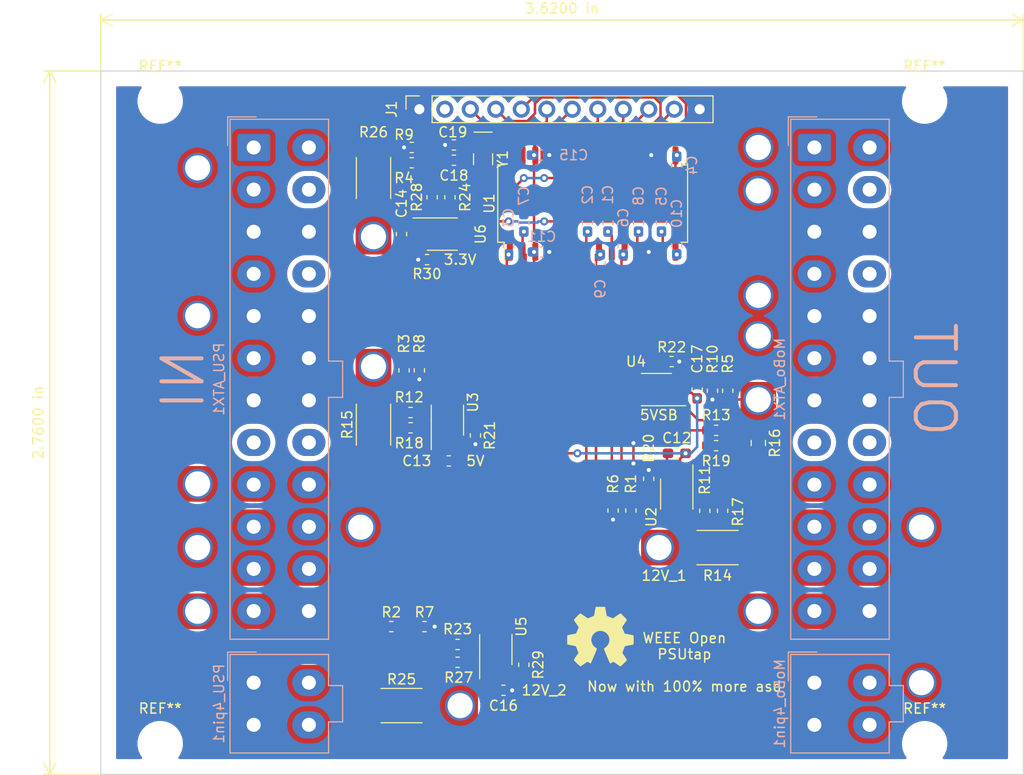
<source format=kicad_pcb>
(kicad_pcb (version 20171130) (host pcbnew "(5.1.5)-3")
  (layers (0 F.Cu signal) (31 B.Cu signal) (34 B.Paste user) (35 F.Paste user) (36 B.SilkS user) (37 F.SilkS user) (38 B.Mask user) (39 F.Mask user) (44 Edge.Cuts user))
  (net 0 "")
  (net 1 GND)
  (net 2 /A1)
  (net 3 /A2)
  (net 4 /A3)
  (net 5 /A4)
  (net 6 /A5)
  (net 7 /5Vsup)
  (net 8 /5VSB_tap)
  (net 9 "Net-(J1-Pad10)")
  (net 10 "Net-(J1-Pad9)")
  (net 11 "Net-(J1-Pad8)")
  (net 12 "Net-(J1-Pad7)")
  (net 13 "Net-(J1-Pad6)")
  (net 14 "Net-(J1-Pad5)")
  (net 15 "Net-(J1-Pad4)")
  (net 16 /12V2_mobo)
  (net 17 /5V_mobo)
  (net 18 /NC)
  (net 19 /PS_ON)
  (net 20 /-12V)
  (net 21 /3.3V_mobo)
  (net 22 /12V1_mobo)
  (net 23 /5VSB_mobo)
  (net 24 /PWR_OK)
  (net 25 /12V2_tap)
  (net 26 /5V_tap)
  (net 27 /3.3V_tap)
  (net 28 /12V1_tap)
  (net 29 "Net-(R11-Pad1)")
  (net 30 "Net-(R12-Pad1)")
  (net 31 "Net-(R13-Pad1)")
  (net 32 "Net-(R17-Pad2)")
  (net 33 "Net-(R18-Pad2)")
  (net 34 "Net-(R19-Pad2)")
  (net 35 /A6)
  (net 36 /A8)
  (net 37 /A10)
  (net 38 "Net-(R23-Pad1)")
  (net 39 "Net-(R24-Pad1)")
  (net 40 "Net-(R27-Pad2)")
  (net 41 "Net-(R28-Pad2)")
  (net 42 /A7)
  (net 43 /A9)
  (net 44 "Net-(U1-Pad6)")
  (net 45 "Net-(U1-Pad5)")
  (net 46 "Net-(J1-Pad11)")
  (net 47 "Net-(C18-Pad2)")
  (net 48 "Net-(C19-Pad1)")
  (module Crystal:Crystal_SMD_EuroQuartz_EQ161-2Pin_3.2x1.5mm_HandSoldering (layer F.Cu) (at 139.7 59.589 270)
    (fp_text reference Y1 (at 0 -1.95 90) (layer F.SilkS))
    (fp_text value 32.768kHz)
    (pad 2 smd rect (at 1.625 0 270) (size 1.75 1.8) (layers F.Cu F.Paste F.Mask) (net 47 "Net-(C18-Pad2)"))
    (pad 1 smd rect (at -1.625 0 270) (size 1.75 1.8) (layers F.Cu F.Paste F.Mask) (net 48 "Net-(C19-Pad1)"))
  )
  (module Capacitor_SMD:C_0603_1608Metric_Pad1.05x0.95mm_HandSolder (layer F.Cu) (at 136.793 58.166 180)
    (fp_text reference C19 (at 0.113 1.27) (layer F.SilkS))
    (fp_text value 10p)
    (pad 2 smd roundrect (at 0.875 0 180) (size 1.05 0.95) (layers F.Cu F.Paste F.Mask) (net 1 GND))
    (pad 1 smd roundrect (at -0.875 0 180) (size 1.05 0.95) (layers F.Cu F.Paste F.Mask) (net 48 "Net-(C19-Pad1)"))
  )
  (module Capacitor_SMD:C_0603_1608Metric_Pad1.05x0.95mm_HandSolder (layer F.Cu) (at 136.793 59.69)
    (fp_text reference C18 (at 0 1.524) (layer F.SilkS))
    (fp_text value 10p)
    (pad 2 smd roundrect (at 0.875 0) (size 1.05 0.95) (layers F.Cu F.Paste F.Mask) (net 47 "Net-(C18-Pad2)"))
    (pad 1 smd roundrect (at -0.875 0) (size 1.05 0.95) (layers F.Cu F.Paste F.Mask) (net 1 GND))
  )
  (module MountingHole:MountingHole_2.5mm (layer F.Cu) (at 183.707 117.838)
    (fp_text reference REF** (at 0 -3.5) (layer F.SilkS))
    (fp_text value MountingHole_2.5mm)
    (pad "" np_thru_hole circle (at 0 0) (size 3.5 3.5) (drill 3.5) (layers *.Cu *.Mask))
  )
  (module MountingHole:MountingHole_2.5mm (layer F.Cu) (at 107.521 117.838)
    (fp_text reference REF** (at 0 -3.5) (layer F.SilkS))
    (fp_text value MountingHole_2.5mm)
    (pad "" np_thru_hole circle (at 0 0) (size 3.5 3.5) (drill 3.5) (layers *.Cu *.Mask))
  )
  (module MountingHole:MountingHole_2.5mm (layer F.Cu) (at 183.707 53.8)
    (fp_text reference REF** (at 0 -3.5) (layer F.SilkS))
    (fp_text value MountingHole_2.5mm)
    (pad "" np_thru_hole circle (at 0 0) (size 3.5 3.5) (drill 3.5) (layers *.Cu *.Mask))
  )
  (module MountingHole:MountingHole_2.5mm (layer F.Cu) (at 107.521 53.8)
    (fp_text reference REF** (at 0 -3.5) (layer F.SilkS))
    (fp_text value MountingHole_2.5mm)
    (pad "" np_thru_hole circle (at 0 0) (size 3.5 3.5) (drill 3.5) (layers *.Cu *.Mask))
  )
  (module Symbol:OSHW-Symbol_6.7x6mm_SilkScreen (layer F.Cu) (at 151.384 107.188)
    (fp_text reference REF** hide)
    (fp_text value OSHW-Symbol_6.7x6mm_SilkScreen hide)
  )
  (module Resistor_SMD:R_0603_1608Metric_Pad1.05x0.95mm_HandSolder (layer F.Cu) (at 130.556 106.172)
    (fp_text reference R2 (at 0 -1.43) (layer F.SilkS))
    (fp_text value 33k)
    (pad 2 smd roundrect (at 0.875 0) (size 1.05 0.95) (layers F.Cu F.Paste F.Mask) (net 2 /A1))
    (pad 1 smd roundrect (at -0.875 0) (size 1.05 0.95) (layers F.Cu F.Paste F.Mask) (net 25 /12V2_tap))
  )
  (module Resistor_SMD:R_0603_1608Metric_Pad1.05x0.95mm_HandSolder (layer F.Cu) (at 133.858 106.172)
    (fp_text reference R7 (at 0 -1.43) (layer F.SilkS))
    (fp_text value 4.7k)
    (pad 2 smd roundrect (at 0.875 0) (size 1.05 0.95) (layers F.Cu F.Paste F.Mask) (net 1 GND))
    (pad 1 smd roundrect (at -0.875 0) (size 1.05 0.95) (layers F.Cu F.Paste F.Mask) (net 2 /A1))
  )
  (module Package_SO:SOIC-28W_7.5x18.7mm_P1.27mm (layer F.Cu) (at 150.622 64.008 90)
    (fp_text reference U1 (at 0 -10.3 90) (layer F.SilkS))
    (fp_text value AD7708)
    (pad 1 smd roundrect (at -4.8 -8.255 90) (size 1.8 0.6) (layers F.Cu F.Paste F.Mask) (net 42 /A7))
    (pad 2 smd roundrect (at -4.8 -6.985 90) (size 1.8 0.6) (layers F.Cu F.Paste F.Mask) (net 36 /A8))
    (pad 3 smd roundrect (at -4.8 -5.715 90) (size 1.8 0.6) (layers F.Cu F.Paste F.Mask) (net 7 /5Vsup))
    (pad 4 smd roundrect (at -4.8 -4.445 90) (size 1.8 0.6) (layers F.Cu F.Paste F.Mask) (net 1 GND))
    (pad 5 smd roundrect (at -4.8 -3.175 90) (size 1.8 0.6) (layers F.Cu F.Paste F.Mask) (net 45 "Net-(U1-Pad5)"))
    (pad 6 smd roundrect (at -4.8 -1.905 90) (size 1.8 0.6) (layers F.Cu F.Paste F.Mask) (net 44 "Net-(U1-Pad6)"))
    (pad 7 smd roundrect (at -4.8 -0.635 90) (size 1.8 0.6) (layers F.Cu F.Paste F.Mask) (net 2 /A1))
    (pad 8 smd roundrect (at -4.8 0.635 90) (size 1.8 0.6) (layers F.Cu F.Paste F.Mask) (net 3 /A2))
    (pad 9 smd roundrect (at -4.8 1.905 90) (size 1.8 0.6) (layers F.Cu F.Paste F.Mask) (net 4 /A3))
    (pad 10 smd roundrect (at -4.8 3.175 90) (size 1.8 0.6) (layers F.Cu F.Paste F.Mask) (net 5 /A4))
    (pad 11 smd roundrect (at -4.8 4.445 90) (size 1.8 0.6) (layers F.Cu F.Paste F.Mask) (net 6 /A5))
    (pad 12 smd roundrect (at -4.8 5.715 90) (size 1.8 0.6) (layers F.Cu F.Paste F.Mask) (net 1 GND))
    (pad 13 smd roundrect (at -4.8 6.985 90) (size 1.8 0.6) (layers F.Cu F.Paste F.Mask) (net 43 /A9))
    (pad 14 smd roundrect (at -4.8 8.255 90) (size 1.8 0.6) (layers F.Cu F.Paste F.Mask) (net 37 /A10))
    (pad 15 smd roundrect (at 4.8 8.255 90) (size 1.8 0.6) (layers F.Cu F.Paste F.Mask) (net 35 /A6))
    (pad 16 smd roundrect (at 4.8 6.985 90) (size 1.8 0.6) (layers F.Cu F.Paste F.Mask) (net 14 "Net-(J1-Pad5)"))
    (pad 17 smd roundrect (at 4.8 5.715 90) (size 1.8 0.6) (layers F.Cu F.Paste F.Mask) (net 1 GND))
    (pad 18 smd roundrect (at 4.8 4.445 90) (size 1.8 0.6) (layers F.Cu F.Paste F.Mask) (net 15 "Net-(J1-Pad4)"))
    (pad 19 smd roundrect (at 4.8 3.175 90) (size 1.8 0.6) (layers F.Cu F.Paste F.Mask) (net 46 "Net-(J1-Pad11)"))
    (pad 20 smd roundrect (at 4.8 1.905 90) (size 1.8 0.6) (layers F.Cu F.Paste F.Mask) (net 11 "Net-(J1-Pad8)"))
    (pad 21 smd roundrect (at 4.8 0.635 90) (size 1.8 0.6) (layers F.Cu F.Paste F.Mask) (net 10 "Net-(J1-Pad9)"))
    (pad 22 smd roundrect (at 4.8 -0.635 90) (size 1.8 0.6) (layers F.Cu F.Paste F.Mask) (net 9 "Net-(J1-Pad10)"))
    (pad 23 smd roundrect (at 4.8 -1.905 90) (size 1.8 0.6) (layers F.Cu F.Paste F.Mask) (net 13 "Net-(J1-Pad6)"))
    (pad 24 smd roundrect (at 4.8 -3.175 90) (size 1.8 0.6) (layers F.Cu F.Paste F.Mask) (net 12 "Net-(J1-Pad7)"))
    (pad 25 smd roundrect (at 4.8 -4.445 90) (size 1.8 0.6) (layers F.Cu F.Paste F.Mask) (net 1 GND))
    (pad 26 smd roundrect (at 4.8 -5.715 90) (size 1.8 0.6) (layers F.Cu F.Paste F.Mask) (net 7 /5Vsup))
    (pad 27 smd roundrect (at 4.8 -6.985 90) (size 1.8 0.6) (layers F.Cu F.Paste F.Mask) (net 47 "Net-(C18-Pad2)"))
    (pad 28 smd roundrect (at 4.8 -8.255 90) (size 1.8 0.6) (layers F.Cu F.Paste F.Mask) (net 48 "Net-(C19-Pad1)"))
  )
  (module Capacitor_SMD:C_0603_1608Metric_Pad1.05x0.95mm_HandSolder (layer B.Cu) (at 159.004 68.185 90)
    (fp_text reference C10 (at 3.189 0 270) (layer B.SilkS) (effects (justify mirror)))
    (fp_text value 10n)
    (pad 1 smd roundrect (at -0.875 0 90) (size 1.05 0.95) (layers B.Cu B.Paste B.Mask) (net 37 /A10))
    (pad 2 smd roundrect (at 0.875 0 90) (size 1.05 0.95) (layers B.Cu B.Paste B.Mask) (net 1 GND))
  )
  (module Capacitor_SMD:C_0603_1608Metric_Pad1.05x0.95mm_HandSolder (layer B.Cu) (at 153.67 68.213 90)
    (fp_text reference C6 (at 2.794 0 270) (layer B.SilkS) (effects (justify mirror)))
    (fp_text value 10n)
    (pad 2 smd roundrect (at 0.875 0 90) (size 1.05 0.95) (layers B.Cu B.Paste B.Mask) (net 1 GND))
    (pad 1 smd roundrect (at -0.875 0 90) (size 1.05 0.95) (layers B.Cu B.Paste B.Mask) (net 5 /A4))
  )
  (module Capacitor_SMD:C_0603_1608Metric_Pad1.05x0.95mm_HandSolder (layer B.Cu) (at 155.194 65.927 90)
    (fp_text reference C8 (at 2.681 0 90) (layer B.SilkS) (effects (justify mirror)))
    (fp_text value 10n)
    (pad 1 smd roundrect (at -0.875 0 90) (size 1.05 0.95) (layers B.Cu B.Paste B.Mask) (net 6 /A5))
    (pad 2 smd roundrect (at 0.875 0 90) (size 1.05 0.95) (layers B.Cu B.Paste B.Mask) (net 1 GND))
  )
  (module Capacitor_SMD:C_0603_1608Metric_Pad1.05x0.95mm_HandSolder (layer B.Cu) (at 143.764 65.927 90)
    (fp_text reference C7 (at 2.681 0 90) (layer B.SilkS) (effects (justify mirror)))
    (fp_text value 10n)
    (pad 2 smd roundrect (at 0.875 0 90) (size 1.05 0.95) (layers B.Cu B.Paste B.Mask) (net 1 GND))
    (pad 1 smd roundrect (at -0.875 0 90) (size 1.05 0.95) (layers B.Cu B.Paste B.Mask) (net 36 /A8))
  )
  (module Capacitor_SMD:C_0603_1608Metric_Pad1.05x0.95mm_HandSolder (layer B.Cu) (at 151.384 69.963 270)
    (fp_text reference C9 (at 2.54 0 90) (layer B.SilkS) (effects (justify mirror)))
    (fp_text value 10n)
    (pad 2 smd roundrect (at 0.875 0 270) (size 1.05 0.95) (layers B.Cu B.Paste B.Mask) (net 1 GND))
    (pad 1 smd roundrect (at -0.875 0 270) (size 1.05 0.95) (layers B.Cu B.Paste B.Mask) (net 3 /A2))
  )
  (module Capacitor_SMD:C_0603_1608Metric_Pad1.05x0.95mm_HandSolder (layer B.Cu) (at 145.429 59.182)
    (fp_text reference C15 (at 3.302 0) (layer B.SilkS) (effects (justify mirror)))
    (fp_text value 100n)
    (pad 2 smd roundrect (at 0.875 0) (size 1.05 0.95) (layers B.Cu B.Paste B.Mask) (net 1 GND))
    (pad 1 smd roundrect (at -0.875 0) (size 1.05 0.95) (layers B.Cu B.Paste B.Mask) (net 7 /5Vsup))
  )
  (module Capacitor_SMD:C_0603_1608Metric_Pad1.05x0.95mm_HandSolder (layer B.Cu) (at 145.542 68.834)
    (fp_text reference C11 (at 0 -1.524 180) (layer B.SilkS) (effects (justify mirror)))
    (fp_text value 100n)
    (pad 2 smd roundrect (at 0.875 0) (size 1.05 0.95) (layers B.Cu B.Paste B.Mask) (net 1 GND))
    (pad 1 smd roundrect (at -0.875 0) (size 1.05 0.95) (layers B.Cu B.Paste B.Mask) (net 7 /5Vsup))
  )
  (module Capacitor_SMD:C_0603_1608Metric_Pad1.05x0.95mm_HandSolder (layer B.Cu) (at 157.48 65.927 90)
    (fp_text reference C5 (at 2.653 0 270) (layer B.SilkS) (effects (justify mirror)))
    (fp_text value 10n)
    (pad 2 smd roundrect (at 0.875 0 90) (size 1.05 0.95) (layers B.Cu B.Paste B.Mask) (net 1 GND))
    (pad 1 smd roundrect (at -0.875 0 90) (size 1.05 0.95) (layers B.Cu B.Paste B.Mask) (net 43 /A9))
  )
  (module Capacitor_SMD:C_0603_1608Metric_Pad1.05x0.95mm_HandSolder (layer B.Cu) (at 159.004 60.198 270)
    (fp_text reference C4 (at 0 -1.524 90) (layer B.SilkS) (effects (justify mirror)))
    (fp_text value 10n)
    (pad 2 smd roundrect (at 0.875 0 270) (size 1.05 0.95) (layers B.Cu B.Paste B.Mask) (net 1 GND))
    (pad 1 smd roundrect (at -0.875 0 270) (size 1.05 0.95) (layers B.Cu B.Paste B.Mask) (net 35 /A6))
  )
  (module Capacitor_SMD:C_0603_1608Metric_Pad1.05x0.95mm_HandSolder (layer B.Cu) (at 150.114 65.927 90)
    (fp_text reference C2 (at 2.794 0 270) (layer B.SilkS) (effects (justify mirror)))
    (fp_text value 10n)
    (pad 2 smd roundrect (at 0.875 0 90) (size 1.05 0.95) (layers B.Cu B.Paste B.Mask) (net 1 GND))
    (pad 1 smd roundrect (at -0.875 0 90) (size 1.05 0.95) (layers B.Cu B.Paste B.Mask) (net 2 /A1))
  )
  (module Capacitor_SMD:C_0603_1608Metric_Pad1.05x0.95mm_HandSolder (layer B.Cu) (at 152.146 65.927 90)
    (fp_text reference C1 (at 2.794 0 90) (layer B.SilkS) (effects (justify mirror)))
    (fp_text value 10n)
    (pad 2 smd roundrect (at 0.875 0 90) (size 1.05 0.95) (layers B.Cu B.Paste B.Mask) (net 1 GND))
    (pad 1 smd roundrect (at -0.875 0 90) (size 1.05 0.95) (layers B.Cu B.Paste B.Mask) (net 4 /A3))
  )
  (module Capacitor_SMD:C_0603_1608Metric_Pad1.05x0.95mm_HandSolder (layer B.Cu) (at 142.24 68.213 90)
    (fp_text reference C3 (at 2.794 0 90) (layer B.SilkS) (effects (justify mirror)))
    (fp_text value 10n)
    (pad 2 smd roundrect (at 0.875 0 90) (size 1.05 0.95) (layers B.Cu B.Paste B.Mask) (net 1 GND))
    (pad 1 smd roundrect (at -0.875 0 90) (size 1.05 0.95) (layers B.Cu B.Paste B.Mask) (net 42 /A7))
  )
  (module Capacitor_SMD:C_0603_1608Metric_Pad1.05x0.95mm_HandSolder (layer F.Cu) (at 161.036 82.55 90)
    (fp_text reference C17 (at 3.048 0 90) (layer F.SilkS))
    (fp_text value 100n)
    (pad 2 smd roundrect (at 0.875 0 90) (size 1.05 0.95) (layers F.Cu F.Paste F.Mask) (net 1 GND))
    (pad 1 smd roundrect (at -0.875 0 90) (size 1.05 0.95) (layers F.Cu F.Paste F.Mask) (net 7 /5Vsup))
  )
  (module Capacitor_SMD:C_0603_1608Metric_Pad1.05x0.95mm_HandSolder (layer F.Cu) (at 141.732 112.522)
    (fp_text reference C16 (at 0 1.524) (layer F.SilkS))
    (fp_text value 100n)
    (pad 2 smd roundrect (at 0.875 0) (size 1.05 0.95) (layers F.Cu F.Paste F.Mask) (net 1 GND))
    (pad 1 smd roundrect (at -0.875 0) (size 1.05 0.95) (layers F.Cu F.Paste F.Mask) (net 7 /5Vsup))
  )
  (module Package_SO:MSOP-8_3x3mm_P0.65mm (layer F.Cu) (at 135.636 67.056)
    (fp_text reference U6 (at 3.81 0 90) (layer F.SilkS))
    (fp_text value LT6105)
    (pad 8 smd roundrect (at 2.1125 -0.975) (size 1.625 0.5) (layers F.Cu F.Paste F.Mask) (net 39 "Net-(R24-Pad1)"))
    (pad 7 smd roundrect (at 2.1125 -0.325) (size 1.625 0.5) (layers F.Cu F.Paste F.Mask))
    (pad 6 smd roundrect (at 2.1125 0.325) (size 1.625 0.5) (layers F.Cu F.Paste F.Mask))
    (pad 5 smd roundrect (at 2.1125 0.975) (size 1.625 0.5) (layers F.Cu F.Paste F.Mask) (net 37 /A10))
    (pad 4 smd roundrect (at -2.1125 0.975) (size 1.625 0.5) (layers F.Cu F.Paste F.Mask) (net 1 GND))
    (pad 3 smd roundrect (at -2.1125 0.325) (size 1.625 0.5) (layers F.Cu F.Paste F.Mask))
    (pad 2 smd roundrect (at -2.1125 -0.325) (size 1.625 0.5) (layers F.Cu F.Paste F.Mask) (net 7 /5Vsup))
    (pad 1 smd roundrect (at -2.1125 -0.975) (size 1.625 0.5) (layers F.Cu F.Paste F.Mask) (net 41 "Net-(R28-Pad2)"))
  )
  (module Package_SO:MSOP-8_3x3mm_P0.65mm (layer F.Cu) (at 140.97 108.458 90)
    (fp_text reference U5 (at 2.286 2.54 90) (layer F.SilkS))
    (fp_text value LT6105)
    (pad 8 smd roundrect (at 2.1125 -0.975 90) (size 1.625 0.5) (layers F.Cu F.Paste F.Mask) (net 38 "Net-(R23-Pad1)"))
    (pad 7 smd roundrect (at 2.1125 -0.325 90) (size 1.625 0.5) (layers F.Cu F.Paste F.Mask))
    (pad 6 smd roundrect (at 2.1125 0.325 90) (size 1.625 0.5) (layers F.Cu F.Paste F.Mask))
    (pad 5 smd roundrect (at 2.1125 0.975 90) (size 1.625 0.5) (layers F.Cu F.Paste F.Mask) (net 3 /A2))
    (pad 4 smd roundrect (at -2.1125 0.975 90) (size 1.625 0.5) (layers F.Cu F.Paste F.Mask) (net 1 GND))
    (pad 3 smd roundrect (at -2.1125 0.325 90) (size 1.625 0.5) (layers F.Cu F.Paste F.Mask))
    (pad 2 smd roundrect (at -2.1125 -0.325 90) (size 1.625 0.5) (layers F.Cu F.Paste F.Mask) (net 7 /5Vsup))
    (pad 1 smd roundrect (at -2.1125 -0.975 90) (size 1.625 0.5) (layers F.Cu F.Paste F.Mask) (net 40 "Net-(R27-Pad2)"))
  )
  (module Package_SO:MSOP-8_3x3mm_P0.65mm (layer F.Cu) (at 156.972 82.55 180)
    (fp_text reference U4 (at 2.032 2.794) (layer F.SilkS))
    (fp_text value LT6105)
    (pad 8 smd roundrect (at 2.1125 -0.975 180) (size 1.625 0.5) (layers F.Cu F.Paste F.Mask) (net 31 "Net-(R13-Pad1)"))
    (pad 7 smd roundrect (at 2.1125 -0.325 180) (size 1.625 0.5) (layers F.Cu F.Paste F.Mask))
    (pad 6 smd roundrect (at 2.1125 0.325 180) (size 1.625 0.5) (layers F.Cu F.Paste F.Mask))
    (pad 5 smd roundrect (at 2.1125 0.975 180) (size 1.625 0.5) (layers F.Cu F.Paste F.Mask) (net 6 /A5))
    (pad 4 smd roundrect (at -2.1125 0.975 180) (size 1.625 0.5) (layers F.Cu F.Paste F.Mask) (net 1 GND))
    (pad 3 smd roundrect (at -2.1125 0.325 180) (size 1.625 0.5) (layers F.Cu F.Paste F.Mask))
    (pad 2 smd roundrect (at -2.1125 -0.325 180) (size 1.625 0.5) (layers F.Cu F.Paste F.Mask) (net 7 /5Vsup))
    (pad 1 smd roundrect (at -2.1125 -0.975 180) (size 1.625 0.5) (layers F.Cu F.Paste F.Mask) (net 34 "Net-(R19-Pad2)"))
  )
  (module Package_SO:MSOP-8_3x3mm_P0.65mm (layer F.Cu) (at 136.144 85.598 90)
    (fp_text reference U3 (at 1.778 2.54 270) (layer F.SilkS))
    (fp_text value LT6105)
    (pad 8 smd roundrect (at 2.1125 -0.975 90) (size 1.625 0.5) (layers F.Cu F.Paste F.Mask) (net 30 "Net-(R12-Pad1)"))
    (pad 7 smd roundrect (at 2.1125 -0.325 90) (size 1.625 0.5) (layers F.Cu F.Paste F.Mask))
    (pad 6 smd roundrect (at 2.1125 0.325 90) (size 1.625 0.5) (layers F.Cu F.Paste F.Mask))
    (pad 5 smd roundrect (at 2.1125 0.975 90) (size 1.625 0.5) (layers F.Cu F.Paste F.Mask) (net 36 /A8))
    (pad 4 smd roundrect (at -2.1125 0.975 90) (size 1.625 0.5) (layers F.Cu F.Paste F.Mask) (net 1 GND))
    (pad 3 smd roundrect (at -2.1125 0.325 90) (size 1.625 0.5) (layers F.Cu F.Paste F.Mask))
    (pad 2 smd roundrect (at -2.1125 -0.325 90) (size 1.625 0.5) (layers F.Cu F.Paste F.Mask) (net 7 /5Vsup))
    (pad 1 smd roundrect (at -2.1125 -0.975 90) (size 1.625 0.5) (layers F.Cu F.Paste F.Mask) (net 33 "Net-(R18-Pad2)"))
  )
  (module Package_SO:MSOP-8_3x3mm_P0.65mm (layer F.Cu) (at 159.004 92.964 270)
    (fp_text reference U2 (at 2.286 2.54 90) (layer F.SilkS))
    (fp_text value LT6105)
    (pad 8 smd roundrect (at 2.1125 -0.975 270) (size 1.625 0.5) (layers F.Cu F.Paste F.Mask) (net 29 "Net-(R11-Pad1)"))
    (pad 7 smd roundrect (at 2.1125 -0.325 270) (size 1.625 0.5) (layers F.Cu F.Paste F.Mask))
    (pad 6 smd roundrect (at 2.1125 0.325 270) (size 1.625 0.5) (layers F.Cu F.Paste F.Mask))
    (pad 5 smd roundrect (at 2.1125 0.975 270) (size 1.625 0.5) (layers F.Cu F.Paste F.Mask) (net 5 /A4))
    (pad 4 smd roundrect (at -2.1125 0.975 270) (size 1.625 0.5) (layers F.Cu F.Paste F.Mask) (net 1 GND))
    (pad 3 smd roundrect (at -2.1125 0.325 270) (size 1.625 0.5) (layers F.Cu F.Paste F.Mask))
    (pad 2 smd roundrect (at -2.1125 -0.325 270) (size 1.625 0.5) (layers F.Cu F.Paste F.Mask) (net 7 /5Vsup))
    (pad 1 smd roundrect (at -2.1125 -0.975 270) (size 1.625 0.5) (layers F.Cu F.Paste F.Mask) (net 32 "Net-(R17-Pad2)"))
  )
  (module Resistor_SMD:R_0603_1608Metric_Pad1.05x0.95mm_HandSolder (layer F.Cu) (at 134.112 69.596 180)
    (fp_text reference R30 (at 0 -1.43) (layer F.SilkS))
    (fp_text value 4.7k)
    (pad 2 smd roundrect (at 0.875 0 180) (size 1.05 0.95) (layers F.Cu F.Paste F.Mask) (net 1 GND))
    (pad 1 smd roundrect (at -0.875 0 180) (size 1.05 0.95) (layers F.Cu F.Paste F.Mask) (net 37 /A10))
  )
  (module Resistor_SMD:R_0603_1608Metric_Pad1.05x0.95mm_HandSolder (layer F.Cu) (at 143.764 109.982 270)
    (fp_text reference R29 (at 0 -1.43 90) (layer F.SilkS))
    (fp_text value 8.2k)
    (pad 2 smd roundrect (at 0.875 0 270) (size 1.05 0.95) (layers F.Cu F.Paste F.Mask) (net 1 GND))
    (pad 1 smd roundrect (at -0.875 0 270) (size 1.05 0.95) (layers F.Cu F.Paste F.Mask) (net 3 /A2))
  )
  (module Resistor_SMD:R_0603_1608Metric_Pad1.05x0.95mm_HandSolder (layer F.Cu) (at 134.62 63.387 270)
    (fp_text reference R28 (at 0 1.524 90) (layer F.SilkS))
    (fp_text value 150)
    (pad 2 smd roundrect (at 0.875 0 270) (size 1.05 0.95) (layers F.Cu F.Paste F.Mask) (net 41 "Net-(R28-Pad2)"))
    (pad 1 smd roundrect (at -0.875 0 270) (size 1.05 0.95) (layers F.Cu F.Paste F.Mask) (net 21 /3.3V_mobo))
  )
  (module Resistor_SMD:R_0603_1608Metric_Pad1.05x0.95mm_HandSolder (layer F.Cu) (at 137.16 109.728)
    (fp_text reference R27 (at 0.113 1.524) (layer F.SilkS))
    (fp_text value 330)
    (pad 2 smd roundrect (at 0.875 0) (size 1.05 0.95) (layers F.Cu F.Paste F.Mask) (net 40 "Net-(R27-Pad2)"))
    (pad 1 smd roundrect (at -0.875 0) (size 1.05 0.95) (layers F.Cu F.Paste F.Mask) (net 16 /12V2_mobo))
  )
  (module Resistor_SMD:R_2512_6332Metric_Pad1.52x3.35mm_HandSolder (layer F.Cu) (at 128.778 61.468 270)
    (fp_text reference R26 (at -4.572 0 180) (layer F.SilkS))
    (fp_text value 2m)
    (pad 2 smd roundrect (at 2.9875 0 270) (size 1.525 3.35) (layers F.Cu F.Paste F.Mask) (roundrect_rratio 0.163934) (net 21 /3.3V_mobo))
    (pad 1 smd roundrect (at -2.9875 0 270) (size 1.525 3.35) (layers F.Cu F.Paste F.Mask) (roundrect_rratio 0.163934) (net 27 /3.3V_tap))
  )
  (module Resistor_SMD:R_2512_6332Metric_Pad1.52x3.35mm_HandSolder (layer F.Cu) (at 131.572 114.046)
    (fp_text reference R25 (at 0 -2.62) (layer F.SilkS))
    (fp_text value 2m)
    (pad 2 smd roundrect (at 2.9875 0) (size 1.525 3.35) (layers F.Cu F.Paste F.Mask) (roundrect_rratio 0.163934) (net 16 /12V2_mobo))
    (pad 1 smd roundrect (at -2.9875 0) (size 1.525 3.35) (layers F.Cu F.Paste F.Mask) (roundrect_rratio 0.163934) (net 25 /12V2_tap))
  )
  (module Resistor_SMD:R_0603_1608Metric_Pad1.05x0.95mm_HandSolder (layer F.Cu) (at 136.398 63.387 90)
    (fp_text reference R24 (at 0 1.524 90) (layer F.SilkS))
    (fp_text value 150)
    (pad 2 smd roundrect (at 0.875 0 90) (size 1.05 0.95) (layers F.Cu F.Paste F.Mask) (net 27 /3.3V_tap))
    (pad 1 smd roundrect (at -0.875 0 90) (size 1.05 0.95) (layers F.Cu F.Paste F.Mask) (net 39 "Net-(R24-Pad1)"))
  )
  (module Resistor_SMD:R_0603_1608Metric_Pad1.05x0.95mm_HandSolder (layer F.Cu) (at 137.16 107.95 180)
    (fp_text reference R23 (at 0 1.524) (layer F.SilkS))
    (fp_text value 330)
    (pad 2 smd roundrect (at 0.875 0 180) (size 1.05 0.95) (layers F.Cu F.Paste F.Mask) (net 25 /12V2_tap))
    (pad 1 smd roundrect (at -0.875 0 180) (size 1.05 0.95) (layers F.Cu F.Paste F.Mask) (net 38 "Net-(R23-Pad1)"))
  )
  (module Resistor_SMD:R_0603_1608Metric_Pad1.05x0.95mm_HandSolder (layer F.Cu) (at 158.496 79.756)
    (fp_text reference R22 (at 0 -1.43) (layer F.SilkS))
    (fp_text value 1.5k)
    (pad 2 smd roundrect (at 0.875 0) (size 1.05 0.95) (layers F.Cu F.Paste F.Mask) (net 1 GND))
    (pad 1 smd roundrect (at -0.875 0) (size 1.05 0.95) (layers F.Cu F.Paste F.Mask) (net 6 /A5))
  )
  (module Resistor_SMD:R_0603_1608Metric_Pad1.05x0.95mm_HandSolder (layer F.Cu) (at 138.938 87.122 270)
    (fp_text reference R21 (at 0 -1.43 90) (layer F.SilkS))
    (fp_text value 4.7k)
    (pad 2 smd roundrect (at 0.875 0 270) (size 1.05 0.95) (layers F.Cu F.Paste F.Mask) (net 1 GND))
    (pad 1 smd roundrect (at -0.875 0 270) (size 1.05 0.95) (layers F.Cu F.Paste F.Mask) (net 36 /A8))
  )
  (module Resistor_SMD:R_0603_1608Metric_Pad1.05x0.95mm_HandSolder (layer F.Cu) (at 156.21 91.44 90)
    (fp_text reference R20 (at 3.048 0 90) (layer F.SilkS))
    (fp_text value 8.2k)
    (pad 2 smd roundrect (at 0.875 0 90) (size 1.05 0.95) (layers F.Cu F.Paste F.Mask) (net 1 GND))
    (pad 1 smd roundrect (at -0.875 0 90) (size 1.05 0.95) (layers F.Cu F.Paste F.Mask) (net 5 /A4))
  )
  (module Resistor_SMD:R_0603_1608Metric_Pad1.05x0.95mm_HandSolder (layer F.Cu) (at 162.927 88.138 180)
    (fp_text reference R19 (at 0 -1.524) (layer F.SilkS))
    (fp_text value 120)
    (pad 2 smd roundrect (at 0.875 0 180) (size 1.05 0.95) (layers F.Cu F.Paste F.Mask) (net 34 "Net-(R19-Pad2)"))
    (pad 1 smd roundrect (at -0.875 0 180) (size 1.05 0.95) (layers F.Cu F.Paste F.Mask) (net 23 /5VSB_mobo))
  )
  (module Resistor_SMD:R_0603_1608Metric_Pad1.05x0.95mm_HandSolder (layer F.Cu) (at 132.475 86.36)
    (fp_text reference R18 (at -0.141 1.524) (layer F.SilkS))
    (fp_text value 150)
    (pad 2 smd roundrect (at 0.875 0) (size 1.05 0.95) (layers F.Cu F.Paste F.Mask) (net 33 "Net-(R18-Pad2)"))
    (pad 1 smd roundrect (at -0.875 0) (size 1.05 0.95) (layers F.Cu F.Paste F.Mask) (net 17 /5V_mobo))
  )
  (module Resistor_SMD:R_0603_1608Metric_Pad1.05x0.95mm_HandSolder (layer F.Cu) (at 163.576 94.629 90)
    (fp_text reference R17 (at -0.113 1.524 90) (layer F.SilkS))
    (fp_text value 330)
    (pad 2 smd roundrect (at 0.875 0 90) (size 1.05 0.95) (layers F.Cu F.Paste F.Mask) (net 32 "Net-(R17-Pad2)"))
    (pad 1 smd roundrect (at -0.875 0 90) (size 1.05 0.95) (layers F.Cu F.Paste F.Mask) (net 22 /12V1_mobo))
  )
  (module Resistor_SMD:R_0805_2012Metric_Pad1.15x1.40mm_HandSolder (layer F.Cu) (at 167.132 87.875 270)
    (fp_text reference R16 (at 0 -1.65 90) (layer F.SilkS))
    (fp_text value 20m)
    (pad 2 smd roundrect (at 1.025 0 270) (size 1.15 1.4) (layers F.Cu F.Paste F.Mask) (roundrect_rratio 0.217391) (net 23 /5VSB_mobo))
    (pad 1 smd roundrect (at -1.025 0 270) (size 1.15 1.4) (layers F.Cu F.Paste F.Mask) (roundrect_rratio 0.217391) (net 8 /5VSB_tap))
  )
  (module Resistor_SMD:R_2512_6332Metric_Pad1.52x3.35mm_HandSolder (layer F.Cu) (at 128.778 86.0455 90)
    (fp_text reference R15 (at 0 -2.62 90) (layer F.SilkS))
    (fp_text value 2m)
    (pad 1 smd roundrect (at -2.9875 0 90) (size 1.525 3.35) (layers F.Cu F.Paste F.Mask) (roundrect_rratio 0.163934) (net 26 /5V_tap))
    (pad 2 smd roundrect (at 2.9875 0 90) (size 1.525 3.35) (layers F.Cu F.Paste F.Mask) (roundrect_rratio 0.163934) (net 17 /5V_mobo))
  )
  (module Resistor_SMD:R_2512_6332Metric_Pad1.52x3.35mm_HandSolder (layer F.Cu) (at 163.068 98.298)
    (fp_text reference R14 (at 0 2.794) (layer F.SilkS))
    (fp_text value 2m)
    (pad 2 smd roundrect (at 2.9875 0) (size 1.525 3.35) (layers F.Cu F.Paste F.Mask) (roundrect_rratio 0.163934) (net 22 /12V1_mobo))
    (pad 1 smd roundrect (at -2.9875 0) (size 1.525 3.35) (layers F.Cu F.Paste F.Mask) (roundrect_rratio 0.163934) (net 28 /12V1_tap))
  )
  (module Resistor_SMD:R_0603_1608Metric_Pad1.05x0.95mm_HandSolder (layer F.Cu) (at 162.927 86.614)
    (fp_text reference R13 (at 0 -1.524) (layer F.SilkS))
    (fp_text value 120)
    (pad 2 smd roundrect (at 0.875 0) (size 1.05 0.95) (layers F.Cu F.Paste F.Mask) (net 8 /5VSB_tap))
    (pad 1 smd roundrect (at -0.875 0) (size 1.05 0.95) (layers F.Cu F.Paste F.Mask) (net 31 "Net-(R13-Pad1)"))
  )
  (module Resistor_SMD:R_0603_1608Metric_Pad1.05x0.95mm_HandSolder (layer F.Cu) (at 132.475 84.836 180)
    (fp_text reference R12 (at 0.141 1.524) (layer F.SilkS))
    (fp_text value 150)
    (pad 2 smd roundrect (at 0.875 0 180) (size 1.05 0.95) (layers F.Cu F.Paste F.Mask) (net 26 /5V_tap))
    (pad 1 smd roundrect (at -0.875 0 180) (size 1.05 0.95) (layers F.Cu F.Paste F.Mask) (net 30 "Net-(R12-Pad1)"))
  )
  (module Resistor_SMD:R_0603_1608Metric_Pad1.05x0.95mm_HandSolder (layer F.Cu) (at 161.798 94.629 270)
    (fp_text reference R11 (at -3.048 0 90) (layer F.SilkS))
    (fp_text value 330)
    (pad 2 smd roundrect (at 0.875 0 270) (size 1.05 0.95) (layers F.Cu F.Paste F.Mask) (net 28 /12V1_tap))
    (pad 1 smd roundrect (at -0.875 0 270) (size 1.05 0.95) (layers F.Cu F.Paste F.Mask) (net 29 "Net-(R11-Pad1)"))
  )
  (module Resistor_SMD:R_0603_1608Metric_Pad1.05x0.95mm_HandSolder (layer F.Cu) (at 162.56 82.663 270)
    (fp_text reference R10 (at -3.161 0 90) (layer F.SilkS))
    (fp_text value 3.3k)
    (pad 1 smd roundrect (at -0.875 0 270) (size 1.05 0.95) (layers F.Cu F.Paste F.Mask) (net 43 /A9))
    (pad 2 smd roundrect (at 0.875 0 270) (size 1.05 0.95) (layers F.Cu F.Paste F.Mask) (net 1 GND))
  )
  (module Resistor_SMD:R_0603_1608Metric_Pad1.05x0.95mm_HandSolder (layer F.Cu) (at 132.588 58.42 180)
    (fp_text reference R9 (at 0.762 1.27) (layer F.SilkS))
    (fp_text value 3.3k)
    (pad 2 smd roundrect (at 0.875 0 180) (size 1.05 0.95) (layers F.Cu F.Paste F.Mask) (net 1 GND))
    (pad 1 smd roundrect (at -0.875 0 180) (size 1.05 0.95) (layers F.Cu F.Paste F.Mask) (net 35 /A6))
  )
  (module Resistor_SMD:R_0603_1608Metric_Pad1.05x0.95mm_HandSolder (layer F.Cu) (at 133.35 80.631 270)
    (fp_text reference R8 (at -2.653 0 90) (layer F.SilkS))
    (fp_text value 3.3k)
    (pad 1 smd roundrect (at -0.875 0 270) (size 1.05 0.95) (layers F.Cu F.Paste F.Mask) (net 42 /A7))
    (pad 2 smd roundrect (at 0.875 0 270) (size 1.05 0.95) (layers F.Cu F.Paste F.Mask) (net 1 GND))
  )
  (module Resistor_SMD:R_0603_1608Metric_Pad1.05x0.95mm_HandSolder (layer F.Cu) (at 152.654 94.601 270)
    (fp_text reference R6 (at -2.653 0 90) (layer F.SilkS))
    (fp_text value 4.7k)
    (pad 2 smd roundrect (at 0.875 0 270) (size 1.05 0.95) (layers F.Cu F.Paste F.Mask) (net 1 GND))
    (pad 1 smd roundrect (at -0.875 0 270) (size 1.05 0.95) (layers F.Cu F.Paste F.Mask) (net 4 /A3))
  )
  (module Resistor_SMD:R_0603_1608Metric_Pad1.05x0.95mm_HandSolder (layer F.Cu) (at 164.084 82.663 90)
    (fp_text reference R5 (at 2.681 0 90) (layer F.SilkS))
    (fp_text value 10k)
    (pad 1 smd roundrect (at -0.875 0 90) (size 1.05 0.95) (layers F.Cu F.Paste F.Mask) (net 8 /5VSB_tap))
    (pad 2 smd roundrect (at 0.875 0 90) (size 1.05 0.95) (layers F.Cu F.Paste F.Mask) (net 43 /A9))
  )
  (module Resistor_SMD:R_0603_1608Metric_Pad1.05x0.95mm_HandSolder (layer F.Cu) (at 132.588 59.944)
    (fp_text reference R4 (at -0.762 1.524) (layer F.SilkS))
    (fp_text value 10k)
    (pad 2 smd roundrect (at 0.875 0) (size 1.05 0.95) (layers F.Cu F.Paste F.Mask) (net 35 /A6))
    (pad 1 smd roundrect (at -0.875 0) (size 1.05 0.95) (layers F.Cu F.Paste F.Mask) (net 27 /3.3V_tap))
  )
  (module Resistor_SMD:R_0603_1608Metric_Pad1.05x0.95mm_HandSolder (layer F.Cu) (at 131.826 80.631 90)
    (fp_text reference R3 (at 2.653 0 90) (layer F.SilkS))
    (fp_text value 10k)
    (pad 1 smd roundrect (at -0.875 0 90) (size 1.05 0.95) (layers F.Cu F.Paste F.Mask) (net 26 /5V_tap))
    (pad 2 smd roundrect (at 0.875 0 90) (size 1.05 0.95) (layers F.Cu F.Paste F.Mask) (net 42 /A7))
  )
  (module Resistor_SMD:R_0603_1608Metric_Pad1.05x0.95mm_HandSolder (layer F.Cu) (at 154.432 94.601 90)
    (fp_text reference R1 (at 2.653 0 90) (layer F.SilkS))
    (fp_text value 33k)
    (pad 2 smd roundrect (at 0.875 0 90) (size 1.05 0.95) (layers F.Cu F.Paste F.Mask) (net 4 /A3))
    (pad 1 smd roundrect (at -0.875 0 90) (size 1.05 0.95) (layers F.Cu F.Paste F.Mask) (net 28 /12V1_tap))
  )
  (module Connector_Molex:Molex_Mini-Fit_Jr_5566-24A_2x12_P4.20mm_Vertical (layer B.Cu) (at 116.84 58.42 270)
    (fp_text reference PSU_ATX1 (at 23.1 3.45 270) (layer B.SilkS) (effects (justify mirror)))
    (fp_text value Conn_02x12_Top_Bottom)
    (pad 24 thru_hole oval (at 46.2 -5.5 270) (size 2.7 3.3) (drill 1.4) (layers *.Cu *.Mask) (net 1 GND))
    (pad 23 thru_hole oval (at 42 -5.5 270) (size 2.7 3.3) (drill 1.4) (layers *.Cu *.Mask) (net 26 /5V_tap))
    (pad 22 thru_hole oval (at 37.8 -5.5 270) (size 2.7 3.3) (drill 1.4) (layers *.Cu *.Mask) (net 26 /5V_tap))
    (pad 21 thru_hole oval (at 33.6 -5.5 270) (size 2.7 3.3) (drill 1.4) (layers *.Cu *.Mask) (net 26 /5V_tap))
    (pad 20 thru_hole oval (at 29.4 -5.5 270) (size 2.7 3.3) (drill 1.4) (layers *.Cu *.Mask) (net 18 /NC))
    (pad 19 thru_hole oval (at 25.2 -5.5 270) (size 2.7 3.3) (drill 1.4) (layers *.Cu *.Mask) (net 1 GND))
    (pad 18 thru_hole oval (at 21 -5.5 270) (size 2.7 3.3) (drill 1.4) (layers *.Cu *.Mask) (net 1 GND))
    (pad 17 thru_hole oval (at 16.8 -5.5 270) (size 2.7 3.3) (drill 1.4) (layers *.Cu *.Mask) (net 1 GND))
    (pad 16 thru_hole oval (at 12.6 -5.5 270) (size 2.7 3.3) (drill 1.4) (layers *.Cu *.Mask) (net 19 /PS_ON))
    (pad 15 thru_hole oval (at 8.4 -5.5 270) (size 2.7 3.3) (drill 1.4) (layers *.Cu *.Mask) (net 1 GND))
    (pad 14 thru_hole oval (at 4.2 -5.5 270) (size 2.7 3.3) (drill 1.4) (layers *.Cu *.Mask) (net 20 /-12V))
    (pad 13 thru_hole oval (at 0 -5.5 270) (size 2.7 3.3) (drill 1.4) (layers *.Cu *.Mask) (net 27 /3.3V_tap))
    (pad 12 thru_hole oval (at 46.2 0 270) (size 2.7 3.3) (drill 1.4) (layers *.Cu *.Mask) (net 27 /3.3V_tap))
    (pad 11 thru_hole oval (at 42 0 270) (size 2.7 3.3) (drill 1.4) (layers *.Cu *.Mask) (net 28 /12V1_tap))
    (pad 10 thru_hole oval (at 37.8 0 270) (size 2.7 3.3) (drill 1.4) (layers *.Cu *.Mask) (net 28 /12V1_tap))
    (pad 9 thru_hole oval (at 33.6 0 270) (size 2.7 3.3) (drill 1.4) (layers *.Cu *.Mask) (net 8 /5VSB_tap))
    (pad 8 thru_hole oval (at 29.4 0 270) (size 2.7 3.3) (drill 1.4) (layers *.Cu *.Mask) (net 24 /PWR_OK))
    (pad 7 thru_hole oval (at 25.2 0 270) (size 2.7 3.3) (drill 1.4) (layers *.Cu *.Mask) (net 1 GND))
    (pad 6 thru_hole oval (at 21 0 270) (size 2.7 3.3) (drill 1.4) (layers *.Cu *.Mask) (net 26 /5V_tap))
    (pad 5 thru_hole oval (at 16.8 0 270) (size 2.7 3.3) (drill 1.4) (layers *.Cu *.Mask) (net 1 GND))
    (pad 4 thru_hole oval (at 12.6 0 270) (size 2.7 3.3) (drill 1.4) (layers *.Cu *.Mask) (net 26 /5V_tap))
    (pad 3 thru_hole oval (at 8.4 0 270) (size 2.7 3.3) (drill 1.4) (layers *.Cu *.Mask) (net 1 GND))
    (pad 2 thru_hole oval (at 4.2 0 270) (size 2.7 3.3) (drill 1.4) (layers *.Cu *.Mask) (net 27 /3.3V_tap))
    (pad 1 thru_hole roundrect (at 0 0 270) (size 2.7 3.3) (drill 1.4) (layers *.Cu *.Mask) (roundrect_rratio 0.09259299999999999) (net 27 /3.3V_tap))
  )
  (module Connector_Molex:Molex_Mini-Fit_Jr_5566-04A_2x02_P4.20mm_Vertical (layer B.Cu) (at 116.84 111.76 270)
    (fp_text reference PSU_4pin1 (at 2.1 3.45 270) (layer B.SilkS) (effects (justify mirror)))
    (fp_text value Conn_02x02_Top_Bottom)
    (pad 4 thru_hole oval (at 4.2 -5.5 270) (size 2.7 3.3) (drill 1.4) (layers *.Cu *.Mask) (net 25 /12V2_tap))
    (pad 3 thru_hole oval (at 0 -5.5 270) (size 2.7 3.3) (drill 1.4) (layers *.Cu *.Mask) (net 25 /12V2_tap))
    (pad 2 thru_hole oval (at 4.2 0 270) (size 2.7 3.3) (drill 1.4) (layers *.Cu *.Mask) (net 1 GND))
    (pad 1 thru_hole roundrect (at 0 0 270) (size 2.7 3.3) (drill 1.4) (layers *.Cu *.Mask) (roundrect_rratio 0.09259299999999999) (net 1 GND))
  )
  (module Connector_Molex:Molex_Mini-Fit_Jr_5566-24A_2x12_P4.20mm_Vertical (layer B.Cu) (at 172.72 58.42 270)
    (fp_text reference MoBo_ATX1 (at 23.1 3.45 270) (layer B.SilkS) (effects (justify mirror)))
    (fp_text value Conn_02x12_Top_Bottom)
    (pad 1 thru_hole roundrect (at 0 0 270) (size 2.7 3.3) (drill 1.4) (layers *.Cu *.Mask) (roundrect_rratio 0.09259299999999999) (net 21 /3.3V_mobo))
    (pad 2 thru_hole oval (at 4.2 0 270) (size 2.7 3.3) (drill 1.4) (layers *.Cu *.Mask) (net 21 /3.3V_mobo))
    (pad 3 thru_hole oval (at 8.4 0 270) (size 2.7 3.3) (drill 1.4) (layers *.Cu *.Mask) (net 1 GND))
    (pad 4 thru_hole oval (at 12.6 0 270) (size 2.7 3.3) (drill 1.4) (layers *.Cu *.Mask) (net 17 /5V_mobo))
    (pad 5 thru_hole oval (at 16.8 0 270) (size 2.7 3.3) (drill 1.4) (layers *.Cu *.Mask) (net 1 GND))
    (pad 6 thru_hole oval (at 21 0 270) (size 2.7 3.3) (drill 1.4) (layers *.Cu *.Mask) (net 17 /5V_mobo))
    (pad 7 thru_hole oval (at 25.2 0 270) (size 2.7 3.3) (drill 1.4) (layers *.Cu *.Mask) (net 1 GND))
    (pad 8 thru_hole oval (at 29.4 0 270) (size 2.7 3.3) (drill 1.4) (layers *.Cu *.Mask) (net 24 /PWR_OK))
    (pad 9 thru_hole oval (at 33.6 0 270) (size 2.7 3.3) (drill 1.4) (layers *.Cu *.Mask) (net 23 /5VSB_mobo))
    (pad 10 thru_hole oval (at 37.8 0 270) (size 2.7 3.3) (drill 1.4) (layers *.Cu *.Mask) (net 22 /12V1_mobo))
    (pad 11 thru_hole oval (at 42 0 270) (size 2.7 3.3) (drill 1.4) (layers *.Cu *.Mask) (net 22 /12V1_mobo))
    (pad 12 thru_hole oval (at 46.2 0 270) (size 2.7 3.3) (drill 1.4) (layers *.Cu *.Mask) (net 21 /3.3V_mobo))
    (pad 13 thru_hole oval (at 0 -5.5 270) (size 2.7 3.3) (drill 1.4) (layers *.Cu *.Mask) (net 21 /3.3V_mobo))
    (pad 14 thru_hole oval (at 4.2 -5.5 270) (size 2.7 3.3) (drill 1.4) (layers *.Cu *.Mask) (net 20 /-12V))
    (pad 15 thru_hole oval (at 8.4 -5.5 270) (size 2.7 3.3) (drill 1.4) (layers *.Cu *.Mask) (net 1 GND))
    (pad 16 thru_hole oval (at 12.6 -5.5 270) (size 2.7 3.3) (drill 1.4) (layers *.Cu *.Mask) (net 19 /PS_ON))
    (pad 17 thru_hole oval (at 16.8 -5.5 270) (size 2.7 3.3) (drill 1.4) (layers *.Cu *.Mask) (net 1 GND))
    (pad 18 thru_hole oval (at 21 -5.5 270) (size 2.7 3.3) (drill 1.4) (layers *.Cu *.Mask) (net 1 GND))
    (pad 19 thru_hole oval (at 25.2 -5.5 270) (size 2.7 3.3) (drill 1.4) (layers *.Cu *.Mask) (net 1 GND))
    (pad 20 thru_hole oval (at 29.4 -5.5 270) (size 2.7 3.3) (drill 1.4) (layers *.Cu *.Mask) (net 18 /NC))
    (pad 21 thru_hole oval (at 33.6 -5.5 270) (size 2.7 3.3) (drill 1.4) (layers *.Cu *.Mask) (net 17 /5V_mobo))
    (pad 22 thru_hole oval (at 37.8 -5.5 270) (size 2.7 3.3) (drill 1.4) (layers *.Cu *.Mask) (net 17 /5V_mobo))
    (pad 23 thru_hole oval (at 42 -5.5 270) (size 2.7 3.3) (drill 1.4) (layers *.Cu *.Mask) (net 17 /5V_mobo))
    (pad 24 thru_hole oval (at 46.2 -5.5 270) (size 2.7 3.3) (drill 1.4) (layers *.Cu *.Mask) (net 1 GND))
  )
  (module Connector_Molex:Molex_Mini-Fit_Jr_5566-04A_2x02_P4.20mm_Vertical (layer B.Cu) (at 172.72 111.76 270)
    (fp_text reference MoBo_4pin1 (at 2.1 3.45 270) (layer B.SilkS) (effects (justify mirror)))
    (fp_text value Conn_02x02_Top_Bottom)
    (pad 1 thru_hole roundrect (at 0 0 270) (size 2.7 3.3) (drill 1.4) (layers *.Cu *.Mask) (roundrect_rratio 0.09259299999999999) (net 1 GND))
    (pad 2 thru_hole oval (at 4.2 0 270) (size 2.7 3.3) (drill 1.4) (layers *.Cu *.Mask) (net 1 GND))
    (pad 3 thru_hole oval (at 0 -5.5 270) (size 2.7 3.3) (drill 1.4) (layers *.Cu *.Mask) (net 16 /12V2_mobo))
    (pad 4 thru_hole oval (at 4.2 -5.5 270) (size 2.7 3.3) (drill 1.4) (layers *.Cu *.Mask) (net 16 /12V2_mobo))
  )
  (module Connector_PinSocket_2.54mm:PinSocket_1x12_P2.54mm_Vertical (layer F.Cu) (at 133.35 54.61 90)
    (fp_text reference J1 (at 0 -2.77 90) (layer F.SilkS))
    (fp_text value Conn_to_digital_board)
    (pad 1 thru_hole rect (at 0 0 90) (size 1.7 1.7) (drill 1) (layers *.Cu *.Mask) (net 1 GND))
    (pad 2 thru_hole oval (at 0 2.54 90) (size 1.7 1.7) (drill 1) (layers *.Cu *.Mask) (net 8 /5VSB_tap))
    (pad 3 thru_hole oval (at 0 5.08 90) (size 1.7 1.7) (drill 1) (layers *.Cu *.Mask) (net 7 /5Vsup))
    (pad 4 thru_hole oval (at 0 7.62 90) (size 1.7 1.7) (drill 1) (layers *.Cu *.Mask) (net 15 "Net-(J1-Pad4)"))
    (pad 5 thru_hole oval (at 0 10.16 90) (size 1.7 1.7) (drill 1) (layers *.Cu *.Mask) (net 14 "Net-(J1-Pad5)"))
    (pad 6 thru_hole oval (at 0 12.7 90) (size 1.7 1.7) (drill 1) (layers *.Cu *.Mask) (net 13 "Net-(J1-Pad6)"))
    (pad 7 thru_hole oval (at 0 15.24 90) (size 1.7 1.7) (drill 1) (layers *.Cu *.Mask) (net 12 "Net-(J1-Pad7)"))
    (pad 8 thru_hole oval (at 0 17.78 90) (size 1.7 1.7) (drill 1) (layers *.Cu *.Mask) (net 11 "Net-(J1-Pad8)"))
    (pad 9 thru_hole oval (at 0 20.32 90) (size 1.7 1.7) (drill 1) (layers *.Cu *.Mask) (net 10 "Net-(J1-Pad9)"))
    (pad 10 thru_hole oval (at 0 22.86 90) (size 1.7 1.7) (drill 1) (layers *.Cu *.Mask) (net 9 "Net-(J1-Pad10)"))
    (pad 11 thru_hole oval (at 0 25.4 90) (size 1.7 1.7) (drill 1) (layers *.Cu *.Mask) (net 46 "Net-(J1-Pad11)"))
    (pad 12 thru_hole oval (at 0 27.94 90) (size 1.7 1.7) (drill 1) (layers *.Cu *.Mask) (net 1 GND))
  )
  (module Capacitor_SMD:C_0603_1608Metric_Pad1.05x0.95mm_HandSolder (layer F.Cu) (at 131.572 67.056 270)
    (fp_text reference C14 (at -3.048 0 90) (layer F.SilkS))
    (fp_text value 100n)
    (pad 2 smd roundrect (at 0.875 0 270) (size 1.05 0.95) (layers F.Cu F.Paste F.Mask) (net 1 GND))
    (pad 1 smd roundrect (at -0.875 0 270) (size 1.05 0.95) (layers F.Cu F.Paste F.Mask) (net 7 /5Vsup))
  )
  (module Capacitor_SMD:C_0603_1608Metric_Pad1.05x0.95mm_HandSolder (layer F.Cu) (at 136.285 89.662)
    (fp_text reference C13 (at -3.189 0) (layer F.SilkS))
    (fp_text value 100n)
    (pad 2 smd roundrect (at 0.875 0) (size 1.05 0.95) (layers F.Cu F.Paste F.Mask) (net 1 GND))
    (pad 1 smd roundrect (at -0.875 0) (size 1.05 0.95) (layers F.Cu F.Paste F.Mask) (net 7 /5Vsup))
  )
  (module Capacitor_SMD:C_0603_1608Metric_Pad1.05x0.95mm_HandSolder (layer F.Cu) (at 159.004 88.9 180)
    (fp_text reference C12 (at 0 1.524) (layer F.SilkS))
    (fp_text value 100n)
    (pad 2 smd roundrect (at 0.875 0 180) (size 1.05 0.95) (layers F.Cu F.Paste F.Mask) (net 1 GND))
    (pad 1 smd roundrect (at -0.875 0 180) (size 1.05 0.95) (layers F.Cu F.Paste F.Mask) (net 7 /5Vsup))
  )
  (gr_text OUT (at 184.658 81.534 270) (layer B.SilkS) (effects (font (size 4 4) (thickness 0.4)) (justify mirror)))
  (gr_text IN (at 109.474 81.534 270) (layer B.SilkS) (effects (font (size 4 4) (thickness 0.4)) (justify mirror)))
  (gr_text "WEEE Open\nPSUtap\n\nNow with 100% more asd" (at 159.766 109.728) (layer F.SilkS) (effects (font (size 1 1))))
  (dimension 70.104 (width 0.15) (layer F.SilkS) (gr_text "70.104 mm" (at 95.22 85.852 270) (layer F.SilkS) (effects (font (size 1 1) (thickness 0.15)))) (feature1 (pts (xy 101.6 120.904) (xy 95.933579 120.904))) (feature2 (pts (xy 101.6 50.8) (xy 95.933579 50.8))) (crossbar (pts (xy 96.52 50.8) (xy 96.52 120.904))) (arrow1a (pts (xy 96.52 120.904) (xy 95.933579 119.777496))) (arrow1b (pts (xy 96.52 120.904) (xy 97.106421 119.777496))) (arrow2a (pts (xy 96.52 50.8) (xy 95.933579 51.926504))) (arrow2b (pts (xy 96.52 50.8) (xy 97.106421 51.926504))))
  (gr_line (start 187.706 120.904) (end 193.548 120.904) (layer Edge.Cuts) (width 0.1))
  (gr_line (start 187.706 120.904) (end 101.6 120.904) (layer Edge.Cuts) (width 0.1))
  (gr_line (start 193.548 100.838) (end 193.548 120.904) (layer Edge.Cuts) (width 0.1))
  (gr_line (start 193.548 50.8) (end 193.548 100.838) (layer Edge.Cuts) (width 0.1))
  (gr_line (start 101.6 100.838) (end 101.6 120.904) (layer Edge.Cuts) (width 0.1))
  (gr_line (start 187.706 50.8) (end 193.548 50.8) (layer Edge.Cuts) (width 0.1))
  (dimension 91.948 (width 0.15) (layer F.SilkS) (gr_text "91.948 mm" (at 147.574 44.42) (layer F.SilkS) (effects (font (size 1 1) (thickness 0.15)))) (feature1 (pts (xy 193.548 50.8) (xy 193.548 45.133579))) (feature2 (pts (xy 101.6 50.8) (xy 101.6 45.133579))) (crossbar (pts (xy 101.6 45.72) (xy 193.548 45.72))) (arrow1a (pts (xy 193.548 45.72) (xy 192.421496 46.306421))) (arrow1b (pts (xy 193.548 45.72) (xy 192.421496 45.133579))) (arrow2a (pts (xy 101.6 45.72) (xy 102.726504 46.306421))) (arrow2b (pts (xy 101.6 45.72) (xy 102.726504 45.133579))))
  (gr_line (start 187.706 50.8) (end 101.6 50.8) (layer Edge.Cuts) (width 0.1))
  (gr_line (start 101.6 50.8) (end 101.6 100.838) (layer Edge.Cuts) (width 0.1))
  (gr_text "3.3V\n" (at 137.414 69.596) (layer F.SilkS) (effects (font (size 1 1))))
  (gr_text "12V_2\n" (at 145.796 112.522) (layer F.SilkS) (effects (font (size 1 1))))
  (gr_text "5VSB\n" (at 157.226 85.09) (layer F.SilkS) (effects (font (size 1 1))))
  (gr_text 5V (at 138.938 89.662) (layer F.SilkS) (effects (font (size 1 1))))
  (gr_text 12V_1 (at 157.734 101.092) (layer F.SilkS) (effects (font (size 1 1))))
  (via (at 131.826 58.42) (size 0.8) (drill 0.4) (layers F.Cu B.Cu) (net 1))
  (via (at 154.686 89.916) (size 0.8) (drill 0.4) (layers F.Cu B.Cu) (net 1))
  (via (at 154.686 87.884) (size 0.8) (drill 0.4) (layers F.Cu B.Cu) (net 1))
  (via (at 156.21 68.834) (size 0.8) (drill 0.4) (layers F.Cu B.Cu) (net 1))
  (via (at 156.464 59.182) (size 0.8) (drill 0.4) (layers F.Cu B.Cu) (net 1))
  (via (at 133.35 81.534) (size 0.8) (drill 0.4) (layers F.Cu B.Cu) (net 1))
  (via (at 134.874 106.172) (size 0.8) (drill 0.4) (layers F.Cu B.Cu) (net 1))
  (via (at 159.258 79.756) (size 0.8) (drill 0.4) (layers F.Cu B.Cu) (net 1))
  (via (at 152.654 95.504) (size 0.8) (drill 0.4) (layers F.Cu B.Cu) (net 1))
  (via (at 146.304 59.182) (size 0.8) (drill 0.4) (layers F.Cu B.Cu) (net 1))
  (via (at 146.304 68.834) (size 0.8) (drill 0.4) (layers F.Cu B.Cu) (net 1))
  (segment (start 142.707 112.422) (end 142.607 112.522) (width 0.25) (layer F.Cu) (net 1))
  (segment (start 143.4775 110.5705) (end 143.764 110.857) (width 0.25) (layer F.Cu) (net 1))
  (segment (start 141.945 110.5705) (end 143.4775 110.5705) (width 0.25) (layer F.Cu) (net 1))
  (segment (start 133.5235 69.3095) (end 133.237 69.596) (width 0.25) (layer F.Cu) (net 1))
  (segment (start 133.5235 68.031) (end 133.5235 69.3095) (width 0.25) (layer F.Cu) (net 1))
  (segment (start 131.672 68.031) (end 131.572 67.931) (width 0.25) (layer F.Cu) (net 1))
  (segment (start 133.5235 68.031) (end 131.672 68.031) (width 0.25) (layer F.Cu) (net 1))
  (segment (start 156.4965 90.8515) (end 156.21 90.565) (width 0.25) (layer F.Cu) (net 1))
  (segment (start 158.029 90.8515) (end 156.4965 90.8515) (width 0.25) (layer F.Cu) (net 1))
  (segment (start 158.029 89) (end 158.029 90.8515) (width 0.25) (layer F.Cu) (net 1))
  (segment (start 158.129 88.9) (end 158.029 89) (width 0.25) (layer F.Cu) (net 1))
  (segment (start 138.6515 87.7105) (end 138.938 87.997) (width 0.25) (layer F.Cu) (net 1))
  (segment (start 137.119 87.7105) (end 138.6515 87.7105) (width 0.25) (layer F.Cu) (net 1))
  (segment (start 137.119 89.621) (end 137.16 89.662) (width 0.25) (layer F.Cu) (net 1))
  (segment (start 137.119 87.7105) (end 137.119 89.621) (width 0.25) (layer F.Cu) (net 1))
  (segment (start 160.936 81.575) (end 161.036 81.675) (width 0.25) (layer F.Cu) (net 1))
  (segment (start 159.0845 81.575) (end 160.936 81.575) (width 0.25) (layer F.Cu) (net 1))
  (segment (start 161.036 82.014) (end 162.56 83.538) (width 0.25) (layer F.Cu) (net 1))
  (segment (start 161.036 81.675) (end 161.036 82.014) (width 0.25) (layer F.Cu) (net 1))
  (segment (start 142.082 112.522) (end 142.607 112.522) (width 0.25) (layer F.Cu) (net 1))
  (segment (start 141.945 110.5705) (end 141.945 112.385) (width 0.25) (layer F.Cu) (net 1))
  (segment (start 141.945 112.385) (end 142.082 112.522) (width 0.25) (layer F.Cu) (net 1))
  (segment (start 156.21 90.565) (end 156.21 90.565) (width 0.25) (layer F.Cu) (net 1))
  (via (at 156.21 90.565) (size 0.8) (drill 0.4) (layers F.Cu B.Cu) (net 1))
  (segment (start 133.237 69.596) (end 133.237 69.596) (width 0.25) (layer F.Cu) (net 1))
  (via (at 133.237 69.596) (size 0.8) (drill 0.4) (layers F.Cu B.Cu) (net 1))
  (segment (start 162.56 83.538) (end 162.56 83.538) (width 0.25) (layer F.Cu) (net 1))
  (via (at 162.56 83.538) (size 0.8) (drill 0.4) (layers F.Cu B.Cu) (net 1))
  (segment (start 142.607 112.522) (end 142.607 112.522) (width 0.25) (layer F.Cu) (net 1))
  (via (at 142.607 112.522) (size 0.8) (drill 0.4) (layers F.Cu B.Cu) (net 1))
  (segment (start 138.938 87.997) (end 138.938 87.997) (width 0.25) (layer F.Cu) (net 1))
  (via (at 138.938 87.997) (size 0.8) (drill 0.4) (layers F.Cu B.Cu) (net 1))
  (segment (start 154.686 89.916) (end 154.686 87.884) (width 0.25) (layer F.Cu) (net 1))
  (segment (start 135.918 58.166) (end 135.918 58.166) (width 0.25) (layer F.Cu) (net 1))
  (segment (start 135.918 58.166) (end 135.918 59.69) (width 0.25) (layer F.Cu) (net 1))
  (via (at 135.918 58.166) (size 0.8) (drill 0.4) (layers F.Cu B.Cu) (net 1))
  (via (at 150.114 66.802) (size 0.8) (drill 0.4) (layers F.Cu B.Cu) (net 2))
  (segment (start 131.431 106.172) (end 132.983 106.172) (width 0.25) (layer F.Cu) (net 2))
  (segment (start 133.41249 106.172) (end 132.983 106.172) (width 0.25) (layer F.Cu) (net 2))
  (segment (start 149.987 66.929) (end 150.114 66.802) (width 0.25) (layer F.Cu) (net 2))
  (segment (start 149.987 68.808) (end 149.987 66.929) (width 0.25) (layer F.Cu) (net 2))
  (segment (start 149.987 97.155) (end 149.987 68.808) (width 0.25) (layer F.Cu) (net 2))
  (segment (start 133.778 104.902) (end 142.24 104.902) (width 0.25) (layer F.Cu) (net 2))
  (segment (start 132.983 105.697) (end 133.778 104.902) (width 0.25) (layer F.Cu) (net 2))
  (segment (start 142.24 104.902) (end 149.987 97.155) (width 0.25) (layer F.Cu) (net 2))
  (segment (start 132.983 106.172) (end 132.983 105.697) (width 0.25) (layer F.Cu) (net 2))
  (via (at 151.384 69.088) (size 0.8) (drill 0.4) (layers F.Cu B.Cu) (net 3))
  (segment (start 143.764 108.1645) (end 141.945 106.3455) (width 0.25) (layer F.Cu) (net 3))
  (segment (start 143.764 109.107) (end 143.764 108.1645) (width 0.25) (layer F.Cu) (net 3))
  (segment (start 141.945 106.3455) (end 142.195 106.3455) (width 0.25) (layer F.Cu) (net 3))
  (segment (start 150.957 97.3335) (end 142.195 106.0955) (width 0.25) (layer F.Cu) (net 3))
  (segment (start 151.257 68.808) (end 150.957 69.108) (width 0.25) (layer F.Cu) (net 3))
  (segment (start 142.195 106.0955) (end 141.945 106.3455) (width 0.25) (layer F.Cu) (net 3))
  (segment (start 150.957 69.108) (end 150.957 97.3335) (width 0.25) (layer F.Cu) (net 3))
  (via (at 152.146 66.802) (size 0.8) (drill 0.4) (layers F.Cu B.Cu) (net 4))
  (segment (start 154.432 93.726) (end 152.654 93.726) (width 0.25) (layer F.Cu) (net 4))
  (segment (start 152.527 67.183) (end 152.146 66.802) (width 0.25) (layer F.Cu) (net 4))
  (segment (start 152.527 68.808) (end 152.527 67.183) (width 0.25) (layer F.Cu) (net 4))
  (segment (start 152.527 93.599) (end 152.654 93.726) (width 0.25) (layer F.Cu) (net 4))
  (segment (start 152.527 68.808) (end 152.527 93.599) (width 0.25) (layer F.Cu) (net 4))
  (via (at 153.67 69.088) (size 0.8) (drill 0.4) (layers F.Cu B.Cu) (net 5))
  (segment (start 156.685 92.315) (end 156.21 92.315) (width 0.25) (layer F.Cu) (net 5))
  (segment (start 158.029 95.0765) (end 158.029 93.659) (width 0.25) (layer F.Cu) (net 5))
  (segment (start 158.029 93.659) (end 156.685 92.315) (width 0.25) (layer F.Cu) (net 5))
  (segment (start 153.497 90.077) (end 155.735 92.315) (width 0.25) (layer F.Cu) (net 5))
  (segment (start 155.735 92.315) (end 156.21 92.315) (width 0.25) (layer F.Cu) (net 5))
  (segment (start 153.797 68.808) (end 153.497 69.108) (width 0.25) (layer F.Cu) (net 5))
  (segment (start 153.497 69.108) (end 153.497 90.077) (width 0.25) (layer F.Cu) (net 5))
  (via (at 155.194 66.802) (size 0.8) (drill 0.4) (layers F.Cu B.Cu) (net 6))
  (segment (start 157.621 80.231) (end 157.621 79.756) (width 0.25) (layer F.Cu) (net 6))
  (segment (start 154.8595 81.575) (end 156.277 81.575) (width 0.25) (layer F.Cu) (net 6))
  (segment (start 156.277 81.575) (end 157.621 80.231) (width 0.25) (layer F.Cu) (net 6))
  (segment (start 155.067 66.929) (end 155.194 66.802) (width 0.25) (layer F.Cu) (net 6))
  (segment (start 155.067 68.808) (end 155.067 66.929) (width 0.25) (layer F.Cu) (net 6))
  (segment (start 155.067 68.808) (end 155.067 75.565) (width 0.25) (layer F.Cu) (net 6))
  (segment (start 157.621 78.119) (end 157.621 79.756) (width 0.25) (layer F.Cu) (net 6))
  (segment (start 155.067 75.565) (end 157.621 78.119) (width 0.25) (layer F.Cu) (net 6))
  (via (at 144.78 59.182) (size 0.8) (drill 0.4) (layers F.Cu B.Cu) (net 7))
  (via (at 144.78 68.834) (size 0.8) (drill 0.4) (layers F.Cu B.Cu) (net 7))
  (segment (start 135.819 89.253) (end 135.41 89.662) (width 0.25) (layer F.Cu) (net 7))
  (segment (start 135.819 87.7105) (end 135.819 89.253) (width 0.25) (layer F.Cu) (net 7))
  (segment (start 159.329 89.45) (end 159.879 88.9) (width 0.25) (layer F.Cu) (net 7))
  (segment (start 159.329 90.8515) (end 159.329 89.45) (width 0.25) (layer F.Cu) (net 7))
  (segment (start 132.122 66.731) (end 131.572 66.181) (width 0.25) (layer F.Cu) (net 7))
  (segment (start 133.5235 66.731) (end 132.122 66.731) (width 0.25) (layer F.Cu) (net 7))
  (segment (start 160.486 82.875) (end 161.036 83.425) (width 0.25) (layer F.Cu) (net 7))
  (segment (start 159.0845 82.875) (end 160.486 82.875) (width 0.25) (layer F.Cu) (net 7))
  (segment (start 144.78 68.721) (end 144.667 68.834) (width 0.25) (layer B.Cu) (net 7))
  (segment (start 131.572 66.181) (end 131.572 66.181) (width 0.25) (layer F.Cu) (net 7))
  (segment (start 140.857 112.522) (end 140.857 112.522) (width 0.25) (layer F.Cu) (net 7))
  (segment (start 140.645 112.31) (end 140.645 110.5705) (width 0.25) (layer F.Cu) (net 7))
  (segment (start 140.857 112.522) (end 140.645 112.31) (width 0.25) (layer F.Cu) (net 7))
  (segment (start 159.879 88.9) (end 159.879 88.9) (width 0.25) (layer F.Cu) (net 7))
  (via (at 159.879 88.9) (size 0.8) (drill 0.4) (layers F.Cu B.Cu) (net 7))
  (segment (start 135.41 89.662) (end 135.41 89.662) (width 0.25) (layer F.Cu) (net 7))
  (segment (start 161.036 83.425) (end 161.036 83.425) (width 0.25) (layer F.Cu) (net 7))
  (via (at 161.036 83.425) (size 0.8) (drill 0.4) (layers F.Cu B.Cu) (net 7))
  (segment (start 160.404 88.9) (end 159.879 88.9) (width 0.25) (layer B.Cu) (net 7))
  (segment (start 161.036 83.425) (end 161.036 88.268) (width 0.25) (layer B.Cu) (net 7))
  (segment (start 161.036 88.268) (end 160.404 88.9) (width 0.25) (layer B.Cu) (net 7))
  (segment (start 159.879 88.9) (end 149.098 88.9) (width 0.25) (layer B.Cu) (net 7))
  (segment (start 144.66399 63.36201) (end 144.78 63.246) (width 0.25) (layer F.Cu) (net 7))
  (segment (start 144.78 63.246) (end 144.78 68.834) (width 0.25) (layer F.Cu) (net 7))
  (segment (start 131.572 65.656) (end 133.86599 63.36201) (width 0.25) (layer F.Cu) (net 7))
  (segment (start 144.78 59.182) (end 144.78 63.246) (width 0.25) (layer F.Cu) (net 7))
  (segment (start 131.572 66.181) (end 131.572 65.656) (width 0.25) (layer F.Cu) (net 7))
  (segment (start 133.86599 63.36201) (end 144.66399 63.36201) (width 0.25) (layer F.Cu) (net 7))
  (via (at 149.098 88.9) (size 0.8) (drill 0.4) (layers F.Cu B.Cu) (net 7))
  (segment (start 144.74199 90.46201) (end 144.78 90.424) (width 0.25) (layer F.Cu) (net 7))
  (segment (start 144.78 90.424) (end 144.78 99.568) (width 0.25) (layer F.Cu) (net 7))
  (segment (start 135.41 89.662) (end 135.41 90.137) (width 0.25) (layer F.Cu) (net 7))
  (segment (start 135.41 90.137) (end 135.73501 90.46201) (width 0.25) (layer F.Cu) (net 7))
  (segment (start 135.73501 90.46201) (end 144.74199 90.46201) (width 0.25) (layer F.Cu) (net 7))
  (segment (start 149.098 88.9) (end 144.78 88.9) (width 0.25) (layer F.Cu) (net 7))
  (segment (start 144.78 68.834) (end 144.78 88.9) (width 0.25) (layer F.Cu) (net 7))
  (segment (start 144.78 88.9) (end 144.78 90.424) (width 0.25) (layer F.Cu) (net 7))
  (segment (start 139.63701 108.75001) (end 140.645 109.758) (width 0.25) (layer F.Cu) (net 7))
  (segment (start 137.5145 108.75001) (end 139.63701 108.75001) (width 0.25) (layer F.Cu) (net 7))
  (segment (start 137.18499 108.4205) (end 137.5145 108.75001) (width 0.25) (layer F.Cu) (net 7))
  (segment (start 140.645 109.758) (end 140.645 110.5705) (width 0.25) (layer F.Cu) (net 7))
  (segment (start 130.58099 106.6425) (end 131.08848 107.14999) (width 0.25) (layer F.Cu) (net 7))
  (segment (start 137.18499 107.52948) (end 137.18499 108.4205) (width 0.25) (layer F.Cu) (net 7))
  (segment (start 130.58099 105.7015) (end 130.58099 106.6425) (width 0.25) (layer F.Cu) (net 7))
  (segment (start 136.8055 107.14999) (end 137.18499 107.52948) (width 0.25) (layer F.Cu) (net 7))
  (segment (start 131.08848 107.14999) (end 136.8055 107.14999) (width 0.25) (layer F.Cu) (net 7))
  (segment (start 144.78 99.568) (end 140.97 103.378) (width 0.25) (layer F.Cu) (net 7))
  (segment (start 132.90449 103.378) (end 130.58099 105.7015) (width 0.25) (layer F.Cu) (net 7))
  (segment (start 140.97 103.378) (end 132.90449 103.378) (width 0.25) (layer F.Cu) (net 7))
  (segment (start 142.83401 56.23501) (end 144.907 58.308) (width 0.25) (layer F.Cu) (net 7))
  (segment (start 144.907 58.308) (end 144.907 59.208) (width 0.25) (layer F.Cu) (net 7))
  (segment (start 138.43 54.61) (end 140.05501 56.23501) (width 0.25) (layer F.Cu) (net 7))
  (segment (start 140.05501 56.23501) (end 142.83401 56.23501) (width 0.25) (layer F.Cu) (net 7))
  (via (at 167.132 83.566) (size 3) (drill 2.5) (layers F.Cu B.Cu) (net 8))
  (via (at 111.252 91.948) (size 3) (drill 2.5) (layers F.Cu B.Cu) (net 8))
  (segment (start 166.896 86.614) (end 167.132 86.85) (width 0.25) (layer F.Cu) (net 8))
  (segment (start 163.802 86.614) (end 166.896 86.614) (width 0.25) (layer F.Cu) (net 8))
  (segment (start 167.104 83.538) (end 167.132 83.566) (width 0.25) (layer F.Cu) (net 8))
  (segment (start 164.084 83.538) (end 167.104 83.538) (width 0.25) (layer F.Cu) (net 8))
  (segment (start 149.987 60.108) (end 149.987 59.208) (width 0.25) (layer F.Cu) (net 9))
  (segment (start 150.31201 60.43301) (end 149.987 60.108) (width 0.25) (layer F.Cu) (net 9))
  (segment (start 151.603758 60.43301) (end 150.31201 60.43301) (width 0.25) (layer F.Cu) (net 9))
  (segment (start 152.83701 57.98299) (end 152.180242 57.98299) (width 0.25) (layer F.Cu) (net 9))
  (segment (start 151.88201 60.154758) (end 151.603758 60.43301) (width 0.25) (layer F.Cu) (net 9))
  (segment (start 156.21 54.61) (end 152.83701 57.98299) (width 0.25) (layer F.Cu) (net 9))
  (segment (start 152.180242 57.98299) (end 151.88201 58.281222) (width 0.25) (layer F.Cu) (net 9))
  (segment (start 151.88201 58.281222) (end 151.88201 60.154758) (width 0.25) (layer F.Cu) (net 9))
  (segment (start 151.257 58.225081) (end 151.257 58.308) (width 0.25) (layer F.Cu) (net 10))
  (segment (start 151.257 58.308) (end 151.257 59.208) (width 0.25) (layer F.Cu) (net 10))
  (segment (start 153.67 54.61) (end 153.67 55.812081) (width 0.25) (layer F.Cu) (net 10))
  (segment (start 153.67 55.812081) (end 151.257 58.225081) (width 0.25) (layer F.Cu) (net 10))
  (segment (start 152.527 60.108) (end 152.527 59.208) (width 0.25) (layer F.Cu) (net 11))
  (segment (start 152.527 60.146178) (end 152.527 60.108) (width 0.25) (layer F.Cu) (net 11))
  (segment (start 151.790159 60.883019) (end 152.527 60.146178) (width 0.25) (layer F.Cu) (net 11))
  (segment (start 151.13 55.812081) (end 149.36199 57.580091) (width 0.25) (layer F.Cu) (net 11))
  (segment (start 151.13 54.61) (end 151.13 55.812081) (width 0.25) (layer F.Cu) (net 11))
  (segment (start 149.36199 57.580091) (end 149.36199 60.71599) (width 0.25) (layer F.Cu) (net 11))
  (segment (start 149.36199 60.71599) (end 149.52902 60.88302) (width 0.25) (layer F.Cu) (net 11))
  (segment (start 149.52902 60.88302) (end 151.790159 60.883019) (width 0.25) (layer F.Cu) (net 11))
  (segment (start 147.447 55.753) (end 147.447 59.208) (width 0.25) (layer F.Cu) (net 12))
  (segment (start 148.59 54.61) (end 147.447 55.753) (width 0.25) (layer F.Cu) (net 12))
  (segment (start 148.717 60.108) (end 148.717 59.208) (width 0.25) (layer F.Cu) (net 13))
  (segment (start 148.373 60.452) (end 148.717 60.108) (width 0.25) (layer F.Cu) (net 13))
  (segment (start 146.05 55.812081) (end 145.55199 56.310091) (width 0.25) (layer F.Cu) (net 13))
  (segment (start 146.05 54.61) (end 146.05 55.812081) (width 0.25) (layer F.Cu) (net 13))
  (segment (start 145.55199 56.310091) (end 145.55199 60.154758) (width 0.25) (layer F.Cu) (net 13))
  (segment (start 145.55199 60.154758) (end 145.849232 60.452) (width 0.25) (layer F.Cu) (net 13))
  (segment (start 145.849232 60.452) (end 148.373 60.452) (width 0.25) (layer F.Cu) (net 13))
  (segment (start 157.607 58.308) (end 157.607 59.208) (width 0.25) (layer F.Cu) (net 14))
  (segment (start 145.135011 52.984989) (end 158.863991 52.984989) (width 0.25) (layer F.Cu) (net 14))
  (segment (start 143.51 54.61) (end 145.135011 52.984989) (width 0.25) (layer F.Cu) (net 14))
  (segment (start 159.925001 54.045999) (end 159.925001 55.989999) (width 0.25) (layer F.Cu) (net 14))
  (segment (start 158.863991 52.984989) (end 159.925001 54.045999) (width 0.25) (layer F.Cu) (net 14))
  (segment (start 159.925001 55.989999) (end 157.607 58.308) (width 0.25) (layer F.Cu) (net 14))
  (segment (start 155.067 57.65659) (end 155.067 58.308) (width 0.25) (layer F.Cu) (net 15))
  (segment (start 157.385001 55.338589) (end 155.067 57.65659) (width 0.25) (layer F.Cu) (net 15))
  (segment (start 157.385001 54.045999) (end 157.385001 55.338589) (width 0.25) (layer F.Cu) (net 15))
  (segment (start 145.485999 53.434999) (end 156.774001 53.434999) (width 0.25) (layer F.Cu) (net 15))
  (segment (start 144.112999 55.785001) (end 144.874999 55.023001) (width 0.25) (layer F.Cu) (net 15))
  (segment (start 142.145001 55.785001) (end 144.112999 55.785001) (width 0.25) (layer F.Cu) (net 15))
  (segment (start 140.97 54.61) (end 142.145001 55.785001) (width 0.25) (layer F.Cu) (net 15))
  (segment (start 155.067 58.308) (end 155.067 59.208) (width 0.25) (layer F.Cu) (net 15))
  (segment (start 144.874999 55.023001) (end 144.874999 54.045999) (width 0.25) (layer F.Cu) (net 15))
  (segment (start 156.774001 53.434999) (end 157.385001 54.045999) (width 0.25) (layer F.Cu) (net 15))
  (segment (start 144.874999 54.045999) (end 145.485999 53.434999) (width 0.25) (layer F.Cu) (net 15))
  (via (at 183.388 111.76) (size 3) (drill 2.5) (layers F.Cu B.Cu) (net 16))
  (via (at 137.414 114.046) (size 3) (drill 2.5) (layers F.Cu B.Cu) (net 16))
  (segment (start 136.285 109.728) (end 132.334 109.728) (width 0.25) (layer F.Cu) (net 16))
  (segment (start 132.334 109.728) (end 132.334 114.046) (width 0.25) (layer F.Cu) (net 16))
  (segment (start 132.334 114.046) (end 134.5595 114.046) (width 0.25) (layer F.Cu) (net 16))
  (via (at 183.388 96.266) (size 3) (drill 2.5) (layers F.Cu B.Cu) (net 17))
  (via (at 167.132 73.152) (size 3) (drill 2.5) (layers F.Cu B.Cu) (net 17))
  (via (at 167.132 77.216) (size 3) (drill 2.5) (layers F.Cu B.Cu) (net 17))
  (via (at 128.778 80.264) (size 3) (drill 2.5) (layers F.Cu B.Cu) (net 17))
  (segment (start 128.778 86.36) (end 131.6 86.36) (width 0.25) (layer F.Cu) (net 17))
  (segment (start 128.778 83.058) (end 128.778 86.36) (width 0.25) (layer F.Cu) (net 17))
  (via (at 167.132 104.648) (size 3) (drill 2.5) (layers F.Cu B.Cu) (net 21))
  (via (at 167.132 62.738) (size 3) (drill 2.5) (layers F.Cu B.Cu) (net 21))
  (via (at 167.132 58.42) (size 3) (drill 2.5) (layers F.Cu B.Cu) (net 21))
  (via (at 128.778 67.31) (size 3) (drill 2.5) (layers F.Cu B.Cu) (net 21))
  (segment (start 128.778 64.4555) (end 128.778 62.738) (width 0.25) (layer F.Cu) (net 21))
  (segment (start 129.004 62.512) (end 128.778 62.738) (width 0.25) (layer F.Cu) (net 21))
  (segment (start 134.62 62.512) (end 129.004 62.512) (width 0.25) (layer F.Cu) (net 21))
  (segment (start 163.576 95.504) (end 163.576 98.298) (width 0.25) (layer F.Cu) (net 22))
  (segment (start 163.576 98.298) (end 166.0555 98.298) (width 0.25) (layer F.Cu) (net 22))
  (segment (start 166.432 88.9) (end 167.132 88.9) (width 0.25) (layer F.Cu) (net 23))
  (segment (start 164.089 88.9) (end 166.432 88.9) (width 0.25) (layer F.Cu) (net 23))
  (segment (start 163.802 88.138) (end 163.802 88.613) (width 0.25) (layer F.Cu) (net 23))
  (segment (start 163.802 88.613) (end 164.089 88.9) (width 0.25) (layer F.Cu) (net 23))
  (segment (start 136.285 107.95) (end 130.81 107.95) (width 0.25) (layer F.Cu) (net 25))
  (segment (start 130.81 107.95) (end 130.81 114.046) (width 0.25) (layer F.Cu) (net 25))
  (segment (start 130.81 114.046) (end 128.5845 114.046) (width 0.25) (layer F.Cu) (net 25))
  (segment (start 129.681 106.821) (end 129.681 106.172) (width 0.25) (layer F.Cu) (net 25))
  (segment (start 130.81 107.95) (end 129.681 106.821) (width 0.25) (layer F.Cu) (net 25))
  (via (at 111.252 75.184) (size 3) (drill 2.5) (layers F.Cu B.Cu) (net 26))
  (via (at 127.508 96.266) (size 3) (drill 2.5) (layers F.Cu B.Cu) (net 26))
  (segment (start 132.125 84.836) (end 132.45001 85.16101) (width 0.25) (layer F.Cu) (net 26))
  (segment (start 131.6 84.836) (end 132.125 84.836) (width 0.25) (layer F.Cu) (net 26))
  (segment (start 128.778 87.376) (end 128.778 89.033) (width 0.25) (layer F.Cu) (net 26))
  (segment (start 132.45001 85.16101) (end 132.45001 87.00599) (width 0.25) (layer F.Cu) (net 26))
  (segment (start 132.45001 87.00599) (end 132.08 87.376) (width 0.25) (layer F.Cu) (net 26))
  (segment (start 132.08 87.376) (end 128.778 87.376) (width 0.25) (layer F.Cu) (net 26))
  (segment (start 131.826 84.61) (end 131.6 84.836) (width 0.25) (layer F.Cu) (net 26))
  (segment (start 131.826 81.647) (end 131.826 84.61) (width 0.25) (layer F.Cu) (net 26))
  (via (at 111.252 60.452) (size 3) (drill 2.5) (layers F.Cu B.Cu) (net 27))
  (via (at 111.252 104.648) (size 3) (drill 2.5) (layers F.Cu B.Cu) (net 27))
  (segment (start 128.778 60.96) (end 128.778 58.4805) (width 0.25) (layer F.Cu) (net 27))
  (segment (start 136.398 62.512) (end 136.398 61.987) (width 0.25) (layer F.Cu) (net 27))
  (segment (start 136.398 61.987) (end 135.371 60.96) (width 0.25) (layer F.Cu) (net 27))
  (segment (start 133.204 60.96) (end 132.588 60.96) (width 0.25) (layer F.Cu) (net 27))
  (segment (start 135.371 60.96) (end 132.588 60.96) (width 0.25) (layer F.Cu) (net 27))
  (segment (start 131.172 60.96) (end 131.064 60.96) (width 0.25) (layer F.Cu) (net 27))
  (segment (start 131.713 60.419) (end 131.172 60.96) (width 0.25) (layer F.Cu) (net 27))
  (segment (start 132.588 60.96) (end 131.064 60.96) (width 0.25) (layer F.Cu) (net 27))
  (segment (start 131.713 59.944) (end 131.713 60.419) (width 0.25) (layer F.Cu) (net 27))
  (segment (start 131.064 60.96) (end 128.778 60.96) (width 0.25) (layer F.Cu) (net 27))
  (via (at 157.226 98.298) (size 3) (drill 2.5) (layers F.Cu B.Cu) (net 28))
  (via (at 111.252 98.298) (size 3) (drill 2.5) (layers F.Cu B.Cu) (net 28))
  (segment (start 161.798 98.298) (end 160.0805 98.298) (width 0.25) (layer F.Cu) (net 28))
  (segment (start 161.798 95.504) (end 161.798 98.298) (width 0.25) (layer F.Cu) (net 28))
  (segment (start 156.729 98.298) (end 157.226 98.298) (width 0.25) (layer F.Cu) (net 28))
  (segment (start 154.432 95.476) (end 154.432 96.001) (width 0.25) (layer F.Cu) (net 28))
  (segment (start 154.432 96.001) (end 156.729 98.298) (width 0.25) (layer F.Cu) (net 28))
  (segment (start 161.3015 93.754) (end 159.979 95.0765) (width 0.25) (layer F.Cu) (net 29))
  (segment (start 161.798 93.754) (end 161.3015 93.754) (width 0.25) (layer F.Cu) (net 29))
  (segment (start 133.35 84.361) (end 133.35 84.836) (width 0.25) (layer F.Cu) (net 30))
  (segment (start 135.169 83.4855) (end 134.2255 83.4855) (width 0.25) (layer F.Cu) (net 30))
  (segment (start 134.2255 83.4855) (end 133.35 84.361) (width 0.25) (layer F.Cu) (net 30))
  (segment (start 155.1095 83.775) (end 154.8595 83.525) (width 0.25) (layer F.Cu) (net 31))
  (segment (start 157.9485 86.614) (end 154.8595 83.525) (width 0.25) (layer F.Cu) (net 31))
  (segment (start 162.052 86.614) (end 157.9485 86.614) (width 0.25) (layer F.Cu) (net 31))
  (segment (start 159.979 91.529) (end 159.979 90.8515) (width 0.25) (layer F.Cu) (net 32))
  (segment (start 163.576 93.229) (end 163.576 93.754) (width 0.25) (layer F.Cu) (net 32))
  (segment (start 159.979 90.8515) (end 161.1985 90.8515) (width 0.25) (layer F.Cu) (net 32))
  (segment (start 161.1985 90.8515) (end 163.576 93.229) (width 0.25) (layer F.Cu) (net 32))
  (segment (start 134.2255 87.7105) (end 134.919 87.7105) (width 0.25) (layer F.Cu) (net 33))
  (segment (start 134.919 87.7105) (end 135.169 87.7105) (width 0.25) (layer F.Cu) (net 33))
  (segment (start 133.35 86.36) (end 133.35 86.835) (width 0.25) (layer F.Cu) (net 33))
  (segment (start 133.35 86.835) (end 134.2255 87.7105) (width 0.25) (layer F.Cu) (net 33))
  (segment (start 162.90201 86.1435) (end 162.35651 85.598) (width 0.25) (layer F.Cu) (net 34))
  (segment (start 162.90201 87.81299) (end 162.90201 86.1435) (width 0.25) (layer F.Cu) (net 34))
  (segment (start 162.052 88.138) (end 162.577 88.138) (width 0.25) (layer F.Cu) (net 34))
  (segment (start 162.577 88.138) (end 162.90201 87.81299) (width 0.25) (layer F.Cu) (net 34))
  (segment (start 161.1575 85.598) (end 159.0845 83.525) (width 0.25) (layer F.Cu) (net 34))
  (segment (start 162.35651 85.598) (end 161.1575 85.598) (width 0.25) (layer F.Cu) (net 34))
  (via (at 159.004 59.182) (size 0.8) (drill 0.4) (layers F.Cu B.Cu) (net 35))
  (segment (start 133.463 58.42) (end 133.463 59.944) (width 0.25) (layer F.Cu) (net 35))
  (segment (start 158.877 61.341) (end 158.877 59.208) (width 0.25) (layer F.Cu) (net 35))
  (segment (start 158.75 61.468) (end 158.877 61.341) (width 0.25) (layer F.Cu) (net 35))
  (via (at 143.764 61.468) (size 0.8) (drill 0.4) (layers F.Cu B.Cu) (net 35))
  (segment (start 145.796 61.468) (end 158.75 61.468) (width 0.25) (layer F.Cu) (net 35))
  (via (at 145.796 61.468) (size 0.8) (drill 0.4) (layers F.Cu B.Cu) (net 35))
  (segment (start 143.764 61.468) (end 145.796 61.468) (width 0.25) (layer B.Cu) (net 35))
  (segment (start 134.55399 60.50999) (end 135.7165 60.50999) (width 0.25) (layer F.Cu) (net 35))
  (segment (start 135.7165 60.50999) (end 138.11851 62.912) (width 0.25) (layer F.Cu) (net 35))
  (segment (start 133.463 59.944) (end 133.988 59.944) (width 0.25) (layer F.Cu) (net 35))
  (segment (start 133.988 59.944) (end 134.55399 60.50999) (width 0.25) (layer F.Cu) (net 35))
  (segment (start 142.32 62.912) (end 143.764 61.468) (width 0.25) (layer F.Cu) (net 35))
  (segment (start 138.11851 62.912) (end 142.32 62.912) (width 0.25) (layer F.Cu) (net 35))
  (via (at 143.764 66.802) (size 0.8) (drill 0.4) (layers F.Cu B.Cu) (net 36))
  (segment (start 138.938 85.3045) (end 138.938 86.247) (width 0.25) (layer F.Cu) (net 36))
  (segment (start 137.119 83.4855) (end 138.938 85.3045) (width 0.25) (layer F.Cu) (net 36))
  (segment (start 139.413 86.247) (end 138.938 86.247) (width 0.25) (layer F.Cu) (net 36))
  (segment (start 143.637 66.929) (end 143.764 66.802) (width 0.25) (layer F.Cu) (net 36))
  (segment (start 143.637 68.808) (end 143.637 66.929) (width 0.25) (layer F.Cu) (net 36))
  (segment (start 137.369 83.2355) (end 137.119 83.4855) (width 0.25) (layer F.Cu) (net 36))
  (segment (start 143.937 76.6675) (end 137.369 83.2355) (width 0.25) (layer F.Cu) (net 36))
  (segment (start 143.637 68.808) (end 143.937 69.108) (width 0.25) (layer F.Cu) (net 36))
  (segment (start 143.937 69.108) (end 143.937 76.6675) (width 0.25) (layer F.Cu) (net 36))
  (via (at 159.004 69.088) (size 0.8) (drill 0.4) (layers F.Cu B.Cu) (net 37))
  (segment (start 136.936 68.031) (end 137.7485 68.031) (width 0.25) (layer F.Cu) (net 37))
  (segment (start 136.077 68.031) (end 136.936 68.031) (width 0.25) (layer F.Cu) (net 37))
  (segment (start 134.987 69.596) (end 134.987 69.121) (width 0.25) (layer F.Cu) (net 37))
  (segment (start 134.987 69.121) (end 136.077 68.031) (width 0.25) (layer F.Cu) (net 37))
  (segment (start 138.561 68.031) (end 140.806 65.786) (width 0.25) (layer F.Cu) (net 37))
  (segment (start 137.7485 68.031) (end 138.561 68.031) (width 0.25) (layer F.Cu) (net 37))
  (segment (start 140.806 65.786) (end 142.24 65.786) (width 0.25) (layer F.Cu) (net 37))
  (segment (start 158.877 67.908) (end 158.877 68.808) (width 0.25) (layer F.Cu) (net 37))
  (segment (start 158.75 65.786) (end 158.877 65.913) (width 0.25) (layer F.Cu) (net 37))
  (segment (start 158.877 65.913) (end 158.877 67.908) (width 0.25) (layer F.Cu) (net 37))
  (via (at 142.24 65.786) (size 0.8) (drill 0.4) (layers F.Cu B.Cu) (net 37))
  (segment (start 145.796 65.786) (end 158.75 65.786) (width 0.25) (layer F.Cu) (net 37))
  (via (at 145.796 65.786) (size 0.8) (drill 0.4) (layers F.Cu B.Cu) (net 37))
  (segment (start 145.114305 65.90201) (end 145.230315 65.786) (width 0.25) (layer B.Cu) (net 37))
  (segment (start 142.24 65.786) (end 143.17749 65.786) (width 0.25) (layer B.Cu) (net 37))
  (segment (start 145.230315 65.786) (end 145.796 65.786) (width 0.25) (layer B.Cu) (net 37))
  (segment (start 143.2935 65.90201) (end 145.114305 65.90201) (width 0.25) (layer B.Cu) (net 37))
  (segment (start 143.17749 65.786) (end 143.2935 65.90201) (width 0.25) (layer B.Cu) (net 37))
  (segment (start 139.995 106.3455) (end 139.1645 106.3455) (width 0.25) (layer F.Cu) (net 38))
  (segment (start 138.035 107.475) (end 138.035 107.95) (width 0.25) (layer F.Cu) (net 38))
  (segment (start 139.1645 106.3455) (end 138.035 107.475) (width 0.25) (layer F.Cu) (net 38))
  (segment (start 137.7485 66.081) (end 136.4375 64.77) (width 0.25) (layer F.Cu) (net 39))
  (segment (start 136.4375 64.3015) (end 136.398 64.262) (width 0.25) (layer F.Cu) (net 39))
  (segment (start 136.4375 64.77) (end 136.4375 64.3015) (width 0.25) (layer F.Cu) (net 39))
  (segment (start 139.1525 109.728) (end 139.995 110.5705) (width 0.25) (layer F.Cu) (net 40))
  (segment (start 138.035 109.728) (end 139.1525 109.728) (width 0.25) (layer F.Cu) (net 40))
  (segment (start 134.62 64.9845) (end 133.5235 66.081) (width 0.25) (layer F.Cu) (net 41))
  (segment (start 134.62 64.262) (end 134.62 64.9845) (width 0.25) (layer F.Cu) (net 41))
  (via (at 142.24 69.088) (size 0.8) (drill 0.4) (layers F.Cu B.Cu) (net 42))
  (segment (start 131.826 79.756) (end 133.35 79.756) (width 0.25) (layer F.Cu) (net 42))
  (segment (start 142.067 69.108) (end 142.067 76.627) (width 0.25) (layer F.Cu) (net 42))
  (segment (start 142.367 68.808) (end 142.067 69.108) (width 0.25) (layer F.Cu) (net 42))
  (segment (start 138.938 79.756) (end 133.35 79.756) (width 0.25) (layer F.Cu) (net 42))
  (segment (start 142.067 76.627) (end 138.938 79.756) (width 0.25) (layer F.Cu) (net 42))
  (via (at 157.48 66.802) (size 0.8) (drill 0.4) (layers F.Cu B.Cu) (net 43))
  (segment (start 162.56 81.788) (end 164.084 81.788) (width 0.25) (layer F.Cu) (net 43))
  (segment (start 157.607 66.929) (end 157.48 66.802) (width 0.25) (layer F.Cu) (net 43))
  (segment (start 157.607 68.808) (end 157.607 66.929) (width 0.25) (layer F.Cu) (net 43))
  (segment (start 157.907 69.108) (end 157.907 75.611) (width 0.25) (layer F.Cu) (net 43))
  (segment (start 157.607 68.808) (end 157.907 69.108) (width 0.25) (layer F.Cu) (net 43))
  (segment (start 162.56 80.264) (end 162.56 81.788) (width 0.25) (layer F.Cu) (net 43))
  (segment (start 157.907 75.611) (end 162.56 80.264) (width 0.25) (layer F.Cu) (net 43))
  (segment (start 153.797 60.108) (end 153.797 59.208) (width 0.25) (layer F.Cu) (net 46))
  (segment (start 155.69201 57.66799) (end 155.69201 60.154758) (width 0.25) (layer F.Cu) (net 46))
  (segment (start 158.75 54.61) (end 155.69201 57.66799) (width 0.25) (layer F.Cu) (net 46))
  (segment (start 155.69201 60.154758) (end 155.413758 60.43301) (width 0.25) (layer F.Cu) (net 46))
  (segment (start 155.413758 60.43301) (end 154.12201 60.43301) (width 0.25) (layer F.Cu) (net 46))
  (segment (start 154.12201 60.43301) (end 153.797 60.108) (width 0.25) (layer F.Cu) (net 46))
  (segment (start 140.85 61.214) (end 139.7 61.214) (width 0.25) (layer F.Cu) (net 47))
  (segment (start 143.637 59.208) (end 143.637 60.108) (width 0.25) (layer F.Cu) (net 47))
  (segment (start 142.531 61.214) (end 140.85 61.214) (width 0.25) (layer F.Cu) (net 47))
  (segment (start 143.637 60.108) (end 142.531 61.214) (width 0.25) (layer F.Cu) (net 47))
  (segment (start 139.301 59.69) (end 138.193 59.69) (width 0.25) (layer F.Cu) (net 47))
  (segment (start 139.7 61.214) (end 139.7 60.089) (width 0.25) (layer F.Cu) (net 47))
  (segment (start 138.193 59.69) (end 137.668 59.69) (width 0.25) (layer F.Cu) (net 47))
  (segment (start 139.7 60.089) (end 139.301 59.69) (width 0.25) (layer F.Cu) (net 47))
  (segment (start 141.123 57.964) (end 142.367 59.208) (width 0.25) (layer F.Cu) (net 48))
  (segment (start 139.7 57.964) (end 141.123 57.964) (width 0.25) (layer F.Cu) (net 48))
  (segment (start 139.498 58.166) (end 139.7 57.964) (width 0.25) (layer F.Cu) (net 48))
  (segment (start 137.668 58.166) (end 139.498 58.166) (width 0.25) (layer F.Cu) (net 48))
  (zone (net 21) (net_name /3.3V_mobo) (layer F.Cu) (connect_pads yes (clearance 0.508)) (min_thickness 0.254) (fill yes (arc_segments 32) (thermal_gap 0.508) (thermal_bridge_width 0.508))
    (polygon (pts (xy 127 69.088) (xy 127 63.5) (xy 130.556 63.5) (xy 130.556 69.088)))
  )
  (zone (net 16) (net_name /12V2_mobo) (layer F.Cu) (connect_pads yes (clearance 0.508)) (min_thickness 0.254) (fill yes (arc_segments 32) (thermal_gap 0.508) (thermal_bridge_width 0.508))
    (polygon (pts (xy 139.192 116.078) (xy 133.604 116.078) (xy 133.604 112.014) (xy 139.192 112.014)))
  )
  (zone (net 27) (net_name /3.3V_tap) (layer F.Cu) (connect_pads yes (clearance 0.508)) (min_thickness 0.254) (fill yes (arc_segments 32) (thermal_gap 0.508) (thermal_bridge_width 0.508))
    (polygon (pts (xy 124.714 60.452) (xy 119.634 60.452) (xy 119.634 64.77) (xy 109.22 64.77) (xy 109.22 56.134) (xy 124.714 56.134)))
  )
  (zone (net 26) (net_name /5V_tap) (layer F.Cu) (connect_pads yes (clearance 0.508)) (min_thickness 0.254) (fill yes (arc_segments 32) (thermal_gap 0.508) (thermal_bridge_width 0.508))
    (polygon (pts (xy 130.81 102.108) (xy 119.888 102.108) (xy 119.888 90.17) (xy 130.81 90.17)))
  )
  (zone (net 28) (net_name /12V1_tap) (layer F.Cu) (connect_pads yes (clearance 0.508)) (min_thickness 0.254) (fill yes (arc_segments 32) (thermal_gap 0.508) (thermal_bridge_width 0.508))
    (polygon (pts (xy 119.38 102.108) (xy 109.22 102.108) (xy 109.22 94.488) (xy 119.38 94.488)))
  )
  (zone (net 26) (net_name /5V_tap) (layer F.Cu) (connect_pads yes (clearance 0.508)) (min_thickness 0.254) (fill yes (arc_segments 32) (thermal_gap 0.508) (thermal_bridge_width 0.508))
    (polygon (pts (xy 119.38 73.152) (xy 114.3 73.152) (xy 114.3 77.47) (xy 119.38 77.47) (xy 119.38 81.28) (xy 109.22 81.28) (xy 109.22 69.088) (xy 119.38 69.088)))
  )
  (zone (net 8) (net_name /5VSB_tap) (layer F.Cu) (connect_pads yes (clearance 0.508)) (min_thickness 0.254) (fill yes (arc_segments 32) (thermal_gap 0.508) (thermal_bridge_width 0.508))
    (polygon (pts (xy 119.38 93.726) (xy 109.22 93.726) (xy 109.22 90.17) (xy 119.38 90.17)))
  )
  (zone (net 27) (net_name /3.3V_tap) (layer F.Cu) (connect_pads yes (clearance 0.508)) (min_thickness 0.254) (fill yes (arc_segments 32) (thermal_gap 0.508) (thermal_bridge_width 0.508))
    (polygon (pts (xy 119.38 106.426) (xy 109.22 106.426) (xy 109.22 102.87) (xy 119.38 102.87)))
  )
  (zone (net 25) (net_name /12V2_tap) (layer F.Cu) (connect_pads yes (clearance 0.508)) (min_thickness 0.254) (fill yes (arc_segments 32) (thermal_gap 0.508) (thermal_bridge_width 0.508))
    (polygon (pts (xy 129.54 117.856) (xy 119.888 117.856) (xy 119.888 109.982) (xy 129.54 109.982)))
  )
  (zone (net 16) (net_name /12V2_mobo) (layer F.Cu) (connect_pads yes (clearance 0.508)) (min_thickness 0.254) (fill yes (arc_segments 32) (thermal_gap 0.508) (thermal_bridge_width 0.508))
    (polygon (pts (xy 185.42 118.364) (xy 175.26 118.364) (xy 175.26 109.22) (xy 185.42 109.22)))
  )
  (zone (net 17) (net_name /5V_mobo) (layer F.Cu) (connect_pads yes (clearance 0.508)) (min_thickness 0.254) (fill yes (arc_segments 32) (thermal_gap 0.508) (thermal_bridge_width 0.508))
    (polygon (pts (xy 185.42 102.108) (xy 175.768 102.108) (xy 175.768 90.17) (xy 185.42 90.17)))
  )
  (zone (net 21) (net_name /3.3V_mobo) (layer F.Cu) (connect_pads yes (clearance 0.508)) (min_thickness 0.254) (fill yes (arc_segments 32) (thermal_gap 0.508) (thermal_bridge_width 0.508))
    (polygon (pts (xy 175.26 106.426) (xy 165.1 106.426) (xy 165.1 102.87) (xy 175.26 102.87)))
  )
  (zone (net 23) (net_name /5VSB_mobo) (layer F.Cu) (connect_pads yes (clearance 0.508)) (min_thickness 0.254) (fill yes (arc_segments 32) (thermal_gap 0.508) (thermal_bridge_width 0.508))
    (polygon (pts (xy 175.26 93.726) (xy 165.1 93.726) (xy 165.1 90.17) (xy 175.26 90.17)))
  )
  (zone (net 22) (net_name /12V1_mobo) (layer F.Cu) (connect_pads yes (clearance 0.508)) (min_thickness 0.254) (fill yes (arc_segments 32) (thermal_gap 0.508) (thermal_bridge_width 0.508))
    (polygon (pts (xy 175.26 102.108) (xy 165.1 102.108) (xy 165.1 94.488) (xy 175.26 94.488)))
  )
  (zone (net 17) (net_name /5V_mobo) (layer F.Cu) (connect_pads yes (clearance 0.508)) (min_thickness 0.254) (fill yes (arc_segments 32) (thermal_gap 0.508) (thermal_bridge_width 0.508))
    (polygon (pts (xy 175.26 73.152) (xy 170.18 73.152) (xy 170.18 77.47) (xy 175.26 77.47) (xy 175.26 81.28) (xy 165.1 81.28) (xy 165.1 69.088) (xy 175.26 69.088)))
  )
  (zone (net 21) (net_name /3.3V_mobo) (layer F.Cu) (connect_pads yes (clearance 0.508)) (min_thickness 0.254) (fill yes (arc_segments 32) (thermal_gap 0.508) (thermal_bridge_width 0.508))
    (polygon (pts (xy 180.594 60.452) (xy 175.514 60.452) (xy 175.514 64.77) (xy 165.1 64.77) (xy 165.1 56.134) (xy 180.594 56.134)))
  )
  (zone (net 27) (net_name /3.3V_tap) (layer F.Cu) (connect_pads yes (clearance 0.508)) (min_thickness 0.254) (fill yes (arc_segments 32) (thermal_gap 0.508) (thermal_bridge_width 0.508))
    (polygon (pts (xy 124.714 56.642) (xy 125.476 57.404) (xy 130.81 57.404) (xy 130.81 59.69) (xy 125.476 59.69) (xy 124.714 60.452) (xy 124.206 60.452) (xy 124.206 56.134) (xy 124.714 56.134)))
  )
  (zone (net 26) (net_name /5V_tap) (layer F.Cu) (connect_pads yes (clearance 0.508)) (min_thickness 0.254) (fill yes (arc_segments 32) (thermal_gap 0.508) (thermal_bridge_width 0.508))
    (polygon (pts (xy 130.81 90.678) (xy 126.746 90.678) (xy 126.746 87.884) (xy 130.81 87.884)))
  )
  (zone (net 17) (net_name /5V_mobo) (layer F.Cu) (connect_pads yes (clearance 0.508)) (min_thickness 0.254) (fill yes (arc_segments 32) (thermal_gap 0.508) (thermal_bridge_width 0.508))
    (polygon (pts (xy 130.556 78.486) (xy 130.556 84.074) (xy 127 84.074) (xy 127 78.486)))
  )
  (zone (net 28) (net_name /12V1_tap) (layer F.Cu) (connect_pads yes (clearance 0.508)) (min_thickness 0.254) (fill yes (arc_segments 32) (thermal_gap 0.508) (thermal_bridge_width 0.508))
    (polygon (pts (xy 155.448 96.52) (xy 161.036 96.52) (xy 161.036 100.076) (xy 155.448 100.076)))
  )
  (zone (net 8) (net_name /5VSB_tap) (layer F.Cu) (connect_pads yes (clearance 0.508)) (min_thickness 0.254) (fill yes (arc_segments 32) (thermal_gap 0.508) (thermal_bridge_width 0.508))
    (polygon (pts (xy 168.91 87.63) (xy 165.354 87.63) (xy 165.354 81.788) (xy 168.91 81.788)))
  )
  (zone (net 23) (net_name /5VSB_mobo) (layer F.Cu) (connect_pads yes (clearance 0.508)) (min_thickness 0.254) (fill yes (arc_segments 32) (thermal_gap 0.508) (thermal_bridge_width 0.508))
    (polygon (pts (xy 168.91 90.678) (xy 165.1 90.678) (xy 165.1 88.138) (xy 168.91 88.138)))
  )
  (zone (net 1) (net_name GND) (layer B.Cu) (connect_pads yes (clearance 0.508)) (min_thickness 0.254) (fill yes (arc_segments 32) (thermal_gap 0.508) (thermal_bridge_width 0.508))
    (polygon (pts (xy 192.024 119.38) (xy 103.124 119.38) (xy 103.124 52.324) (xy 192.024 52.324)))
  )
)
</source>
